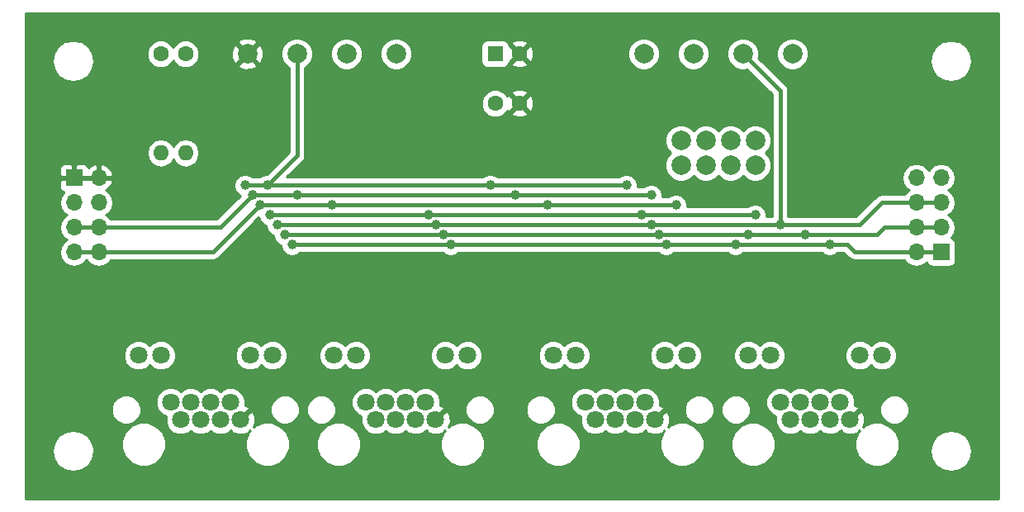
<source format=gtl>
G04 #@! TF.FileFunction,Copper,L1,Top,Signal*
%FSLAX46Y46*%
G04 Gerber Fmt 4.6, Leading zero omitted, Abs format (unit mm)*
G04 Created by KiCad (PCBNEW 4.0.6) date 02/07/18 20:23:48*
%MOMM*%
%LPD*%
G01*
G04 APERTURE LIST*
%ADD10C,0.100000*%
%ADD11C,1.800000*%
%ADD12C,2.000000*%
%ADD13C,1.600000*%
%ADD14O,1.600000X1.600000*%
%ADD15R,1.700000X1.700000*%
%ADD16O,1.700000X1.700000*%
%ADD17R,1.600000X1.600000*%
%ADD18C,1.000000*%
%ADD19C,0.400000*%
%ADD20C,0.254000*%
G04 APERTURE END LIST*
D10*
D11*
X74440000Y-137830000D03*
X73420000Y-136050000D03*
X76480000Y-137830000D03*
X75460000Y-136050000D03*
X78520000Y-137830000D03*
X77500000Y-136050000D03*
X80560000Y-137830000D03*
X79540000Y-136050000D03*
X72420000Y-131240000D03*
X70130000Y-131240000D03*
X83850000Y-131240000D03*
X81560000Y-131240000D03*
X94440000Y-137830000D03*
X93420000Y-136050000D03*
X96480000Y-137830000D03*
X95460000Y-136050000D03*
X98520000Y-137830000D03*
X97500000Y-136050000D03*
X100560000Y-137830000D03*
X99540000Y-136050000D03*
X92420000Y-131240000D03*
X90130000Y-131240000D03*
X103850000Y-131240000D03*
X101560000Y-131240000D03*
X116940000Y-137830000D03*
X115920000Y-136050000D03*
X118980000Y-137830000D03*
X117960000Y-136050000D03*
X121020000Y-137830000D03*
X120000000Y-136050000D03*
X123060000Y-137830000D03*
X122040000Y-136050000D03*
X114920000Y-131240000D03*
X112630000Y-131240000D03*
X126350000Y-131240000D03*
X124060000Y-131240000D03*
X136940000Y-137830000D03*
X135920000Y-136050000D03*
X138980000Y-137830000D03*
X137960000Y-136050000D03*
X141020000Y-137830000D03*
X140000000Y-136050000D03*
X143060000Y-137830000D03*
X142040000Y-136050000D03*
X134920000Y-131240000D03*
X132630000Y-131240000D03*
X146350000Y-131240000D03*
X144060000Y-131240000D03*
D12*
X125730000Y-111760000D03*
X125730000Y-109220000D03*
X128270000Y-111760000D03*
X128270000Y-109220000D03*
X130810000Y-111760000D03*
X130810000Y-109220000D03*
X133350000Y-111760000D03*
X133350000Y-109220000D03*
D13*
X72390000Y-100330000D03*
D14*
X72390000Y-110490000D03*
D13*
X74930000Y-100330000D03*
D14*
X74930000Y-110490000D03*
D12*
X81280000Y-100330000D03*
X86360000Y-100330000D03*
X91440000Y-100330000D03*
X96520000Y-100330000D03*
X121920000Y-100330000D03*
X127000000Y-100330000D03*
X132080000Y-100330000D03*
X137160000Y-100330000D03*
D15*
X63500000Y-113030000D03*
D16*
X66040000Y-113030000D03*
X63500000Y-115570000D03*
X66040000Y-115570000D03*
X63500000Y-118110000D03*
X66040000Y-118110000D03*
X63500000Y-120650000D03*
X66040000Y-120650000D03*
D17*
X106680000Y-100330000D03*
D13*
X109180000Y-100330000D03*
X106680000Y-105410000D03*
X109180000Y-105410000D03*
D15*
X152400000Y-120650000D03*
D16*
X149860000Y-120650000D03*
X152400000Y-118110000D03*
X149860000Y-118110000D03*
X152400000Y-115570000D03*
X149860000Y-115570000D03*
X152400000Y-113030000D03*
X149860000Y-113030000D03*
D18*
X82550000Y-115824000D03*
X125222000Y-115824000D03*
X112014000Y-115824000D03*
X89916000Y-115824000D03*
X83566000Y-116840000D03*
X133350000Y-116840000D03*
X121666000Y-116840000D03*
X99822000Y-116840000D03*
X81788000Y-114808000D03*
X122682000Y-114808000D03*
X108712000Y-114808000D03*
X86360000Y-114808000D03*
X84328000Y-117856000D03*
X135890000Y-117856000D03*
X122682000Y-117856000D03*
X100584000Y-117856000D03*
X81026000Y-113792000D03*
X120142000Y-113792000D03*
X106172000Y-113792000D03*
X83312000Y-113792000D03*
X85090000Y-118872000D03*
X132588000Y-118872000D03*
X138430000Y-118872000D03*
X123444000Y-118872000D03*
X101346000Y-118872000D03*
X85852000Y-119888000D03*
X131318000Y-119888000D03*
X140970000Y-119888000D03*
X124206000Y-119888000D03*
X102108000Y-119888000D03*
D19*
X63500000Y-120650000D02*
X66040000Y-120650000D01*
X66040000Y-120650000D02*
X77724000Y-120650000D01*
X77724000Y-120650000D02*
X82550000Y-115824000D01*
X82550000Y-115824000D02*
X89916000Y-115824000D01*
X125222000Y-115824000D02*
X112014000Y-115824000D01*
X112014000Y-115824000D02*
X96520000Y-115824000D01*
X96520000Y-115824000D02*
X89916000Y-115824000D01*
X83566000Y-116840000D02*
X99822000Y-116840000D01*
X99822000Y-116840000D02*
X121666000Y-116840000D01*
X121666000Y-116840000D02*
X133350000Y-116840000D01*
X63500000Y-118110000D02*
X66040000Y-118110000D01*
X66040000Y-118110000D02*
X78486000Y-118110000D01*
X78486000Y-118110000D02*
X81788000Y-114808000D01*
X81788000Y-114808000D02*
X86360000Y-114808000D01*
X108712000Y-114808000D02*
X122682000Y-114808000D01*
X86360000Y-114808000D02*
X108712000Y-114808000D01*
X135890000Y-117856000D02*
X144018000Y-117856000D01*
X146304000Y-115570000D02*
X152400000Y-115570000D01*
X144018000Y-117856000D02*
X146304000Y-115570000D01*
X84328000Y-117856000D02*
X100584000Y-117856000D01*
X135890000Y-117856000D02*
X135890000Y-104140000D01*
X135890000Y-104140000D02*
X132080000Y-100330000D01*
X100584000Y-117856000D02*
X122682000Y-117856000D01*
X122682000Y-117856000D02*
X135890000Y-117856000D01*
X86360000Y-100330000D02*
X86360000Y-110744000D01*
X86360000Y-110744000D02*
X83312000Y-113792000D01*
X83312000Y-113792000D02*
X106172000Y-113792000D01*
X81026000Y-113792000D02*
X83312000Y-113792000D01*
X106172000Y-113792000D02*
X120142000Y-113792000D01*
X149860000Y-118110000D02*
X152400000Y-118110000D01*
X138430000Y-118872000D02*
X145796000Y-118872000D01*
X146558000Y-118110000D02*
X149860000Y-118110000D01*
X145796000Y-118872000D02*
X146558000Y-118110000D01*
X85090000Y-118872000D02*
X101346000Y-118872000D01*
X132588000Y-118872000D02*
X138430000Y-118872000D01*
X101346000Y-118872000D02*
X123444000Y-118872000D01*
X123444000Y-118872000D02*
X132588000Y-118872000D01*
X149860000Y-120650000D02*
X152400000Y-120650000D01*
X140970000Y-119888000D02*
X142748000Y-119888000D01*
X143510000Y-120650000D02*
X149860000Y-120650000D01*
X142748000Y-119888000D02*
X143510000Y-120650000D01*
X85852000Y-119888000D02*
X102108000Y-119888000D01*
X131318000Y-119888000D02*
X140970000Y-119888000D01*
X102108000Y-119888000D02*
X124206000Y-119888000D01*
X124206000Y-119888000D02*
X131318000Y-119888000D01*
D20*
G36*
X158293000Y-145923000D02*
X58547000Y-145923000D01*
X58547000Y-141050000D01*
X61243173Y-141050000D01*
X61405690Y-141867029D01*
X61868500Y-142559673D01*
X62561144Y-143022483D01*
X63378173Y-143185000D01*
X63461827Y-143185000D01*
X64278856Y-143022483D01*
X64971500Y-142559673D01*
X65434310Y-141867029D01*
X65596827Y-141050000D01*
X65550594Y-140817570D01*
X68379609Y-140817570D01*
X68722948Y-141648515D01*
X69358141Y-142284818D01*
X70188486Y-142629607D01*
X71087570Y-142630391D01*
X71918515Y-142287052D01*
X72554818Y-141651859D01*
X72899607Y-140821514D01*
X72900391Y-139922430D01*
X72557052Y-139091485D01*
X71921859Y-138455182D01*
X71091514Y-138110393D01*
X70192430Y-138109609D01*
X69361485Y-138452948D01*
X68725182Y-139088141D01*
X68380393Y-139918486D01*
X68379609Y-140817570D01*
X65550594Y-140817570D01*
X65434310Y-140232971D01*
X64971500Y-139540327D01*
X64278856Y-139077517D01*
X63461827Y-138915000D01*
X63378173Y-138915000D01*
X62561144Y-139077517D01*
X61868500Y-139540327D01*
X61405690Y-140232971D01*
X61243173Y-141050000D01*
X58547000Y-141050000D01*
X58547000Y-137113991D01*
X67324735Y-137113991D01*
X67557932Y-137678371D01*
X67989357Y-138110551D01*
X68553330Y-138344733D01*
X69163991Y-138345265D01*
X69728371Y-138112068D01*
X70160551Y-137680643D01*
X70394733Y-137116670D01*
X70395265Y-136506009D01*
X70332453Y-136353991D01*
X71884735Y-136353991D01*
X72117932Y-136918371D01*
X72549357Y-137350551D01*
X72914119Y-137502013D01*
X72905267Y-137523330D01*
X72904735Y-138133991D01*
X73137932Y-138698371D01*
X73569357Y-139130551D01*
X74133330Y-139364733D01*
X74743991Y-139365265D01*
X75308371Y-139132068D01*
X75459886Y-138980818D01*
X75609357Y-139130551D01*
X76173330Y-139364733D01*
X76783991Y-139365265D01*
X77348371Y-139132068D01*
X77499886Y-138980818D01*
X77649357Y-139130551D01*
X78213330Y-139364733D01*
X78823991Y-139365265D01*
X79388371Y-139132068D01*
X79520421Y-139000249D01*
X79544890Y-139024718D01*
X79659447Y-138910161D01*
X79745852Y-139166643D01*
X80319336Y-139376458D01*
X80929460Y-139350839D01*
X81374148Y-139166643D01*
X81460553Y-138910161D01*
X81531951Y-138981559D01*
X81425182Y-139088141D01*
X81080393Y-139918486D01*
X81079609Y-140817570D01*
X81422948Y-141648515D01*
X82058141Y-142284818D01*
X82888486Y-142629607D01*
X83787570Y-142630391D01*
X84618515Y-142287052D01*
X85254818Y-141651859D01*
X85599607Y-140821514D01*
X85599610Y-140817570D01*
X88379609Y-140817570D01*
X88722948Y-141648515D01*
X89358141Y-142284818D01*
X90188486Y-142629607D01*
X91087570Y-142630391D01*
X91918515Y-142287052D01*
X92554818Y-141651859D01*
X92899607Y-140821514D01*
X92900391Y-139922430D01*
X92557052Y-139091485D01*
X91921859Y-138455182D01*
X91091514Y-138110393D01*
X90192430Y-138109609D01*
X89361485Y-138452948D01*
X88725182Y-139088141D01*
X88380393Y-139918486D01*
X88379609Y-140817570D01*
X85599610Y-140817570D01*
X85600391Y-139922430D01*
X85257052Y-139091485D01*
X84621859Y-138455182D01*
X83791514Y-138110393D01*
X82892430Y-138109609D01*
X82061485Y-138452948D01*
X81912000Y-138602172D01*
X82106458Y-138070664D01*
X82080839Y-137460540D01*
X81937294Y-137113991D01*
X83584735Y-137113991D01*
X83817932Y-137678371D01*
X84249357Y-138110551D01*
X84813330Y-138344733D01*
X85423991Y-138345265D01*
X85988371Y-138112068D01*
X86420551Y-137680643D01*
X86654733Y-137116670D01*
X86654735Y-137113991D01*
X87324735Y-137113991D01*
X87557932Y-137678371D01*
X87989357Y-138110551D01*
X88553330Y-138344733D01*
X89163991Y-138345265D01*
X89728371Y-138112068D01*
X90160551Y-137680643D01*
X90394733Y-137116670D01*
X90395265Y-136506009D01*
X90332453Y-136353991D01*
X91884735Y-136353991D01*
X92117932Y-136918371D01*
X92549357Y-137350551D01*
X92914119Y-137502013D01*
X92905267Y-137523330D01*
X92904735Y-138133991D01*
X93137932Y-138698371D01*
X93569357Y-139130551D01*
X94133330Y-139364733D01*
X94743991Y-139365265D01*
X95308371Y-139132068D01*
X95459886Y-138980818D01*
X95609357Y-139130551D01*
X96173330Y-139364733D01*
X96783991Y-139365265D01*
X97348371Y-139132068D01*
X97499886Y-138980818D01*
X97649357Y-139130551D01*
X98213330Y-139364733D01*
X98823991Y-139365265D01*
X99388371Y-139132068D01*
X99520421Y-139000249D01*
X99544890Y-139024718D01*
X99659447Y-138910161D01*
X99745852Y-139166643D01*
X100319336Y-139376458D01*
X100929460Y-139350839D01*
X101374148Y-139166643D01*
X101460553Y-138910161D01*
X101531951Y-138981559D01*
X101425182Y-139088141D01*
X101080393Y-139918486D01*
X101079609Y-140817570D01*
X101422948Y-141648515D01*
X102058141Y-142284818D01*
X102888486Y-142629607D01*
X103787570Y-142630391D01*
X104618515Y-142287052D01*
X105254818Y-141651859D01*
X105599607Y-140821514D01*
X105599610Y-140817570D01*
X110879609Y-140817570D01*
X111222948Y-141648515D01*
X111858141Y-142284818D01*
X112688486Y-142629607D01*
X113587570Y-142630391D01*
X114418515Y-142287052D01*
X115054818Y-141651859D01*
X115399607Y-140821514D01*
X115400391Y-139922430D01*
X115057052Y-139091485D01*
X114421859Y-138455182D01*
X113591514Y-138110393D01*
X112692430Y-138109609D01*
X111861485Y-138452948D01*
X111225182Y-139088141D01*
X110880393Y-139918486D01*
X110879609Y-140817570D01*
X105599610Y-140817570D01*
X105600391Y-139922430D01*
X105257052Y-139091485D01*
X104621859Y-138455182D01*
X103791514Y-138110393D01*
X102892430Y-138109609D01*
X102061485Y-138452948D01*
X101912000Y-138602172D01*
X102106458Y-138070664D01*
X102080839Y-137460540D01*
X101937294Y-137113991D01*
X103584735Y-137113991D01*
X103817932Y-137678371D01*
X104249357Y-138110551D01*
X104813330Y-138344733D01*
X105423991Y-138345265D01*
X105988371Y-138112068D01*
X106420551Y-137680643D01*
X106654733Y-137116670D01*
X106654735Y-137113991D01*
X109824735Y-137113991D01*
X110057932Y-137678371D01*
X110489357Y-138110551D01*
X111053330Y-138344733D01*
X111663991Y-138345265D01*
X112228371Y-138112068D01*
X112660551Y-137680643D01*
X112894733Y-137116670D01*
X112895265Y-136506009D01*
X112832453Y-136353991D01*
X114384735Y-136353991D01*
X114617932Y-136918371D01*
X115049357Y-137350551D01*
X115414119Y-137502013D01*
X115405267Y-137523330D01*
X115404735Y-138133991D01*
X115637932Y-138698371D01*
X116069357Y-139130551D01*
X116633330Y-139364733D01*
X117243991Y-139365265D01*
X117808371Y-139132068D01*
X117959886Y-138980818D01*
X118109357Y-139130551D01*
X118673330Y-139364733D01*
X119283991Y-139365265D01*
X119848371Y-139132068D01*
X119999886Y-138980818D01*
X120149357Y-139130551D01*
X120713330Y-139364733D01*
X121323991Y-139365265D01*
X121888371Y-139132068D01*
X122020421Y-139000249D01*
X122044890Y-139024718D01*
X122159447Y-138910161D01*
X122245852Y-139166643D01*
X122819336Y-139376458D01*
X123429460Y-139350839D01*
X123874148Y-139166643D01*
X123960553Y-138910161D01*
X124031951Y-138981559D01*
X123925182Y-139088141D01*
X123580393Y-139918486D01*
X123579609Y-140817570D01*
X123922948Y-141648515D01*
X124558141Y-142284818D01*
X125388486Y-142629607D01*
X126287570Y-142630391D01*
X127118515Y-142287052D01*
X127754818Y-141651859D01*
X128099607Y-140821514D01*
X128099610Y-140817570D01*
X130879609Y-140817570D01*
X131222948Y-141648515D01*
X131858141Y-142284818D01*
X132688486Y-142629607D01*
X133587570Y-142630391D01*
X134418515Y-142287052D01*
X135054818Y-141651859D01*
X135399607Y-140821514D01*
X135400391Y-139922430D01*
X135057052Y-139091485D01*
X134421859Y-138455182D01*
X133591514Y-138110393D01*
X132692430Y-138109609D01*
X131861485Y-138452948D01*
X131225182Y-139088141D01*
X130880393Y-139918486D01*
X130879609Y-140817570D01*
X128099610Y-140817570D01*
X128100391Y-139922430D01*
X127757052Y-139091485D01*
X127121859Y-138455182D01*
X126291514Y-138110393D01*
X125392430Y-138109609D01*
X124561485Y-138452948D01*
X124412000Y-138602172D01*
X124606458Y-138070664D01*
X124580839Y-137460540D01*
X124437294Y-137113991D01*
X126084735Y-137113991D01*
X126317932Y-137678371D01*
X126749357Y-138110551D01*
X127313330Y-138344733D01*
X127923991Y-138345265D01*
X128488371Y-138112068D01*
X128920551Y-137680643D01*
X129154733Y-137116670D01*
X129154735Y-137113991D01*
X129824735Y-137113991D01*
X130057932Y-137678371D01*
X130489357Y-138110551D01*
X131053330Y-138344733D01*
X131663991Y-138345265D01*
X132228371Y-138112068D01*
X132660551Y-137680643D01*
X132894733Y-137116670D01*
X132895265Y-136506009D01*
X132832453Y-136353991D01*
X134384735Y-136353991D01*
X134617932Y-136918371D01*
X135049357Y-137350551D01*
X135414119Y-137502013D01*
X135405267Y-137523330D01*
X135404735Y-138133991D01*
X135637932Y-138698371D01*
X136069357Y-139130551D01*
X136633330Y-139364733D01*
X137243991Y-139365265D01*
X137808371Y-139132068D01*
X137959886Y-138980818D01*
X138109357Y-139130551D01*
X138673330Y-139364733D01*
X139283991Y-139365265D01*
X139848371Y-139132068D01*
X139999886Y-138980818D01*
X140149357Y-139130551D01*
X140713330Y-139364733D01*
X141323991Y-139365265D01*
X141888371Y-139132068D01*
X142020421Y-139000249D01*
X142044890Y-139024718D01*
X142159447Y-138910161D01*
X142245852Y-139166643D01*
X142819336Y-139376458D01*
X143429460Y-139350839D01*
X143874148Y-139166643D01*
X143960553Y-138910161D01*
X144031951Y-138981559D01*
X143925182Y-139088141D01*
X143580393Y-139918486D01*
X143579609Y-140817570D01*
X143922948Y-141648515D01*
X144558141Y-142284818D01*
X145388486Y-142629607D01*
X146287570Y-142630391D01*
X147118515Y-142287052D01*
X147754818Y-141651859D01*
X148004731Y-141050000D01*
X151243173Y-141050000D01*
X151405690Y-141867029D01*
X151868500Y-142559673D01*
X152561144Y-143022483D01*
X153378173Y-143185000D01*
X153461827Y-143185000D01*
X154278856Y-143022483D01*
X154971500Y-142559673D01*
X155434310Y-141867029D01*
X155596827Y-141050000D01*
X155434310Y-140232971D01*
X154971500Y-139540327D01*
X154278856Y-139077517D01*
X153461827Y-138915000D01*
X153378173Y-138915000D01*
X152561144Y-139077517D01*
X151868500Y-139540327D01*
X151405690Y-140232971D01*
X151243173Y-141050000D01*
X148004731Y-141050000D01*
X148099607Y-140821514D01*
X148100391Y-139922430D01*
X147757052Y-139091485D01*
X147121859Y-138455182D01*
X146291514Y-138110393D01*
X145392430Y-138109609D01*
X144561485Y-138452948D01*
X144412000Y-138602172D01*
X144606458Y-138070664D01*
X144580839Y-137460540D01*
X144437294Y-137113991D01*
X146084735Y-137113991D01*
X146317932Y-137678371D01*
X146749357Y-138110551D01*
X147313330Y-138344733D01*
X147923991Y-138345265D01*
X148488371Y-138112068D01*
X148920551Y-137680643D01*
X149154733Y-137116670D01*
X149155265Y-136506009D01*
X148922068Y-135941629D01*
X148490643Y-135509449D01*
X147926670Y-135275267D01*
X147316009Y-135274735D01*
X146751629Y-135507932D01*
X146319449Y-135939357D01*
X146085267Y-136503330D01*
X146084735Y-137113991D01*
X144437294Y-137113991D01*
X144396643Y-137015852D01*
X144140159Y-136929446D01*
X143239605Y-137830000D01*
X143253748Y-137844143D01*
X143074143Y-138023748D01*
X143060000Y-138009605D01*
X143045858Y-138023748D01*
X142866253Y-137844143D01*
X142880395Y-137830000D01*
X142866253Y-137815858D01*
X143045858Y-137636253D01*
X143060000Y-137650395D01*
X143960554Y-136749841D01*
X143874148Y-136493357D01*
X143564949Y-136380233D01*
X143574733Y-136356670D01*
X143575265Y-135746009D01*
X143342068Y-135181629D01*
X142910643Y-134749449D01*
X142346670Y-134515267D01*
X141736009Y-134514735D01*
X141171629Y-134747932D01*
X141020114Y-134899182D01*
X140870643Y-134749449D01*
X140306670Y-134515267D01*
X139696009Y-134514735D01*
X139131629Y-134747932D01*
X138980114Y-134899182D01*
X138830643Y-134749449D01*
X138266670Y-134515267D01*
X137656009Y-134514735D01*
X137091629Y-134747932D01*
X136940114Y-134899182D01*
X136790643Y-134749449D01*
X136226670Y-134515267D01*
X135616009Y-134514735D01*
X135051629Y-134747932D01*
X134619449Y-135179357D01*
X134385267Y-135743330D01*
X134384735Y-136353991D01*
X132832453Y-136353991D01*
X132662068Y-135941629D01*
X132230643Y-135509449D01*
X131666670Y-135275267D01*
X131056009Y-135274735D01*
X130491629Y-135507932D01*
X130059449Y-135939357D01*
X129825267Y-136503330D01*
X129824735Y-137113991D01*
X129154735Y-137113991D01*
X129155265Y-136506009D01*
X128922068Y-135941629D01*
X128490643Y-135509449D01*
X127926670Y-135275267D01*
X127316009Y-135274735D01*
X126751629Y-135507932D01*
X126319449Y-135939357D01*
X126085267Y-136503330D01*
X126084735Y-137113991D01*
X124437294Y-137113991D01*
X124396643Y-137015852D01*
X124140159Y-136929446D01*
X123239605Y-137830000D01*
X123253748Y-137844143D01*
X123074143Y-138023748D01*
X123060000Y-138009605D01*
X123045858Y-138023748D01*
X122866253Y-137844143D01*
X122880395Y-137830000D01*
X122866253Y-137815858D01*
X123045858Y-137636253D01*
X123060000Y-137650395D01*
X123960554Y-136749841D01*
X123874148Y-136493357D01*
X123564949Y-136380233D01*
X123574733Y-136356670D01*
X123575265Y-135746009D01*
X123342068Y-135181629D01*
X122910643Y-134749449D01*
X122346670Y-134515267D01*
X121736009Y-134514735D01*
X121171629Y-134747932D01*
X121020114Y-134899182D01*
X120870643Y-134749449D01*
X120306670Y-134515267D01*
X119696009Y-134514735D01*
X119131629Y-134747932D01*
X118980114Y-134899182D01*
X118830643Y-134749449D01*
X118266670Y-134515267D01*
X117656009Y-134514735D01*
X117091629Y-134747932D01*
X116940114Y-134899182D01*
X116790643Y-134749449D01*
X116226670Y-134515267D01*
X115616009Y-134514735D01*
X115051629Y-134747932D01*
X114619449Y-135179357D01*
X114385267Y-135743330D01*
X114384735Y-136353991D01*
X112832453Y-136353991D01*
X112662068Y-135941629D01*
X112230643Y-135509449D01*
X111666670Y-135275267D01*
X111056009Y-135274735D01*
X110491629Y-135507932D01*
X110059449Y-135939357D01*
X109825267Y-136503330D01*
X109824735Y-137113991D01*
X106654735Y-137113991D01*
X106655265Y-136506009D01*
X106422068Y-135941629D01*
X105990643Y-135509449D01*
X105426670Y-135275267D01*
X104816009Y-135274735D01*
X104251629Y-135507932D01*
X103819449Y-135939357D01*
X103585267Y-136503330D01*
X103584735Y-137113991D01*
X101937294Y-137113991D01*
X101896643Y-137015852D01*
X101640159Y-136929446D01*
X100739605Y-137830000D01*
X100753748Y-137844143D01*
X100574143Y-138023748D01*
X100560000Y-138009605D01*
X100545858Y-138023748D01*
X100366253Y-137844143D01*
X100380395Y-137830000D01*
X100366253Y-137815858D01*
X100545858Y-137636253D01*
X100560000Y-137650395D01*
X101460554Y-136749841D01*
X101374148Y-136493357D01*
X101064949Y-136380233D01*
X101074733Y-136356670D01*
X101075265Y-135746009D01*
X100842068Y-135181629D01*
X100410643Y-134749449D01*
X99846670Y-134515267D01*
X99236009Y-134514735D01*
X98671629Y-134747932D01*
X98520114Y-134899182D01*
X98370643Y-134749449D01*
X97806670Y-134515267D01*
X97196009Y-134514735D01*
X96631629Y-134747932D01*
X96480114Y-134899182D01*
X96330643Y-134749449D01*
X95766670Y-134515267D01*
X95156009Y-134514735D01*
X94591629Y-134747932D01*
X94440114Y-134899182D01*
X94290643Y-134749449D01*
X93726670Y-134515267D01*
X93116009Y-134514735D01*
X92551629Y-134747932D01*
X92119449Y-135179357D01*
X91885267Y-135743330D01*
X91884735Y-136353991D01*
X90332453Y-136353991D01*
X90162068Y-135941629D01*
X89730643Y-135509449D01*
X89166670Y-135275267D01*
X88556009Y-135274735D01*
X87991629Y-135507932D01*
X87559449Y-135939357D01*
X87325267Y-136503330D01*
X87324735Y-137113991D01*
X86654735Y-137113991D01*
X86655265Y-136506009D01*
X86422068Y-135941629D01*
X85990643Y-135509449D01*
X85426670Y-135275267D01*
X84816009Y-135274735D01*
X84251629Y-135507932D01*
X83819449Y-135939357D01*
X83585267Y-136503330D01*
X83584735Y-137113991D01*
X81937294Y-137113991D01*
X81896643Y-137015852D01*
X81640159Y-136929446D01*
X80739605Y-137830000D01*
X80753748Y-137844143D01*
X80574143Y-138023748D01*
X80560000Y-138009605D01*
X80545858Y-138023748D01*
X80366253Y-137844143D01*
X80380395Y-137830000D01*
X80366253Y-137815858D01*
X80545858Y-137636253D01*
X80560000Y-137650395D01*
X81460554Y-136749841D01*
X81374148Y-136493357D01*
X81064949Y-136380233D01*
X81074733Y-136356670D01*
X81075265Y-135746009D01*
X80842068Y-135181629D01*
X80410643Y-134749449D01*
X79846670Y-134515267D01*
X79236009Y-134514735D01*
X78671629Y-134747932D01*
X78520114Y-134899182D01*
X78370643Y-134749449D01*
X77806670Y-134515267D01*
X77196009Y-134514735D01*
X76631629Y-134747932D01*
X76480114Y-134899182D01*
X76330643Y-134749449D01*
X75766670Y-134515267D01*
X75156009Y-134514735D01*
X74591629Y-134747932D01*
X74440114Y-134899182D01*
X74290643Y-134749449D01*
X73726670Y-134515267D01*
X73116009Y-134514735D01*
X72551629Y-134747932D01*
X72119449Y-135179357D01*
X71885267Y-135743330D01*
X71884735Y-136353991D01*
X70332453Y-136353991D01*
X70162068Y-135941629D01*
X69730643Y-135509449D01*
X69166670Y-135275267D01*
X68556009Y-135274735D01*
X67991629Y-135507932D01*
X67559449Y-135939357D01*
X67325267Y-136503330D01*
X67324735Y-137113991D01*
X58547000Y-137113991D01*
X58547000Y-131543991D01*
X68594735Y-131543991D01*
X68827932Y-132108371D01*
X69259357Y-132540551D01*
X69823330Y-132774733D01*
X70433991Y-132775265D01*
X70998371Y-132542068D01*
X71275104Y-132265818D01*
X71549357Y-132540551D01*
X72113330Y-132774733D01*
X72723991Y-132775265D01*
X73288371Y-132542068D01*
X73720551Y-132110643D01*
X73954733Y-131546670D01*
X73954735Y-131543991D01*
X80024735Y-131543991D01*
X80257932Y-132108371D01*
X80689357Y-132540551D01*
X81253330Y-132774733D01*
X81863991Y-132775265D01*
X82428371Y-132542068D01*
X82705104Y-132265818D01*
X82979357Y-132540551D01*
X83543330Y-132774733D01*
X84153991Y-132775265D01*
X84718371Y-132542068D01*
X85150551Y-132110643D01*
X85384733Y-131546670D01*
X85384735Y-131543991D01*
X88594735Y-131543991D01*
X88827932Y-132108371D01*
X89259357Y-132540551D01*
X89823330Y-132774733D01*
X90433991Y-132775265D01*
X90998371Y-132542068D01*
X91275104Y-132265818D01*
X91549357Y-132540551D01*
X92113330Y-132774733D01*
X92723991Y-132775265D01*
X93288371Y-132542068D01*
X93720551Y-132110643D01*
X93954733Y-131546670D01*
X93954735Y-131543991D01*
X100024735Y-131543991D01*
X100257932Y-132108371D01*
X100689357Y-132540551D01*
X101253330Y-132774733D01*
X101863991Y-132775265D01*
X102428371Y-132542068D01*
X102705104Y-132265818D01*
X102979357Y-132540551D01*
X103543330Y-132774733D01*
X104153991Y-132775265D01*
X104718371Y-132542068D01*
X105150551Y-132110643D01*
X105384733Y-131546670D01*
X105384735Y-131543991D01*
X111094735Y-131543991D01*
X111327932Y-132108371D01*
X111759357Y-132540551D01*
X112323330Y-132774733D01*
X112933991Y-132775265D01*
X113498371Y-132542068D01*
X113775104Y-132265818D01*
X114049357Y-132540551D01*
X114613330Y-132774733D01*
X115223991Y-132775265D01*
X115788371Y-132542068D01*
X116220551Y-132110643D01*
X116454733Y-131546670D01*
X116454735Y-131543991D01*
X122524735Y-131543991D01*
X122757932Y-132108371D01*
X123189357Y-132540551D01*
X123753330Y-132774733D01*
X124363991Y-132775265D01*
X124928371Y-132542068D01*
X125205104Y-132265818D01*
X125479357Y-132540551D01*
X126043330Y-132774733D01*
X126653991Y-132775265D01*
X127218371Y-132542068D01*
X127650551Y-132110643D01*
X127884733Y-131546670D01*
X127884735Y-131543991D01*
X131094735Y-131543991D01*
X131327932Y-132108371D01*
X131759357Y-132540551D01*
X132323330Y-132774733D01*
X132933991Y-132775265D01*
X133498371Y-132542068D01*
X133775104Y-132265818D01*
X134049357Y-132540551D01*
X134613330Y-132774733D01*
X135223991Y-132775265D01*
X135788371Y-132542068D01*
X136220551Y-132110643D01*
X136454733Y-131546670D01*
X136454735Y-131543991D01*
X142524735Y-131543991D01*
X142757932Y-132108371D01*
X143189357Y-132540551D01*
X143753330Y-132774733D01*
X144363991Y-132775265D01*
X144928371Y-132542068D01*
X145205104Y-132265818D01*
X145479357Y-132540551D01*
X146043330Y-132774733D01*
X146653991Y-132775265D01*
X147218371Y-132542068D01*
X147650551Y-132110643D01*
X147884733Y-131546670D01*
X147885265Y-130936009D01*
X147652068Y-130371629D01*
X147220643Y-129939449D01*
X146656670Y-129705267D01*
X146046009Y-129704735D01*
X145481629Y-129937932D01*
X145204896Y-130214182D01*
X144930643Y-129939449D01*
X144366670Y-129705267D01*
X143756009Y-129704735D01*
X143191629Y-129937932D01*
X142759449Y-130369357D01*
X142525267Y-130933330D01*
X142524735Y-131543991D01*
X136454735Y-131543991D01*
X136455265Y-130936009D01*
X136222068Y-130371629D01*
X135790643Y-129939449D01*
X135226670Y-129705267D01*
X134616009Y-129704735D01*
X134051629Y-129937932D01*
X133774896Y-130214182D01*
X133500643Y-129939449D01*
X132936670Y-129705267D01*
X132326009Y-129704735D01*
X131761629Y-129937932D01*
X131329449Y-130369357D01*
X131095267Y-130933330D01*
X131094735Y-131543991D01*
X127884735Y-131543991D01*
X127885265Y-130936009D01*
X127652068Y-130371629D01*
X127220643Y-129939449D01*
X126656670Y-129705267D01*
X126046009Y-129704735D01*
X125481629Y-129937932D01*
X125204896Y-130214182D01*
X124930643Y-129939449D01*
X124366670Y-129705267D01*
X123756009Y-129704735D01*
X123191629Y-129937932D01*
X122759449Y-130369357D01*
X122525267Y-130933330D01*
X122524735Y-131543991D01*
X116454735Y-131543991D01*
X116455265Y-130936009D01*
X116222068Y-130371629D01*
X115790643Y-129939449D01*
X115226670Y-129705267D01*
X114616009Y-129704735D01*
X114051629Y-129937932D01*
X113774896Y-130214182D01*
X113500643Y-129939449D01*
X112936670Y-129705267D01*
X112326009Y-129704735D01*
X111761629Y-129937932D01*
X111329449Y-130369357D01*
X111095267Y-130933330D01*
X111094735Y-131543991D01*
X105384735Y-131543991D01*
X105385265Y-130936009D01*
X105152068Y-130371629D01*
X104720643Y-129939449D01*
X104156670Y-129705267D01*
X103546009Y-129704735D01*
X102981629Y-129937932D01*
X102704896Y-130214182D01*
X102430643Y-129939449D01*
X101866670Y-129705267D01*
X101256009Y-129704735D01*
X100691629Y-129937932D01*
X100259449Y-130369357D01*
X100025267Y-130933330D01*
X100024735Y-131543991D01*
X93954735Y-131543991D01*
X93955265Y-130936009D01*
X93722068Y-130371629D01*
X93290643Y-129939449D01*
X92726670Y-129705267D01*
X92116009Y-129704735D01*
X91551629Y-129937932D01*
X91274896Y-130214182D01*
X91000643Y-129939449D01*
X90436670Y-129705267D01*
X89826009Y-129704735D01*
X89261629Y-129937932D01*
X88829449Y-130369357D01*
X88595267Y-130933330D01*
X88594735Y-131543991D01*
X85384735Y-131543991D01*
X85385265Y-130936009D01*
X85152068Y-130371629D01*
X84720643Y-129939449D01*
X84156670Y-129705267D01*
X83546009Y-129704735D01*
X82981629Y-129937932D01*
X82704896Y-130214182D01*
X82430643Y-129939449D01*
X81866670Y-129705267D01*
X81256009Y-129704735D01*
X80691629Y-129937932D01*
X80259449Y-130369357D01*
X80025267Y-130933330D01*
X80024735Y-131543991D01*
X73954735Y-131543991D01*
X73955265Y-130936009D01*
X73722068Y-130371629D01*
X73290643Y-129939449D01*
X72726670Y-129705267D01*
X72116009Y-129704735D01*
X71551629Y-129937932D01*
X71274896Y-130214182D01*
X71000643Y-129939449D01*
X70436670Y-129705267D01*
X69826009Y-129704735D01*
X69261629Y-129937932D01*
X68829449Y-130369357D01*
X68595267Y-130933330D01*
X68594735Y-131543991D01*
X58547000Y-131543991D01*
X58547000Y-115570000D01*
X61985907Y-115570000D01*
X62098946Y-116138285D01*
X62420853Y-116620054D01*
X62750026Y-116840000D01*
X62420853Y-117059946D01*
X62098946Y-117541715D01*
X61985907Y-118110000D01*
X62098946Y-118678285D01*
X62420853Y-119160054D01*
X62750026Y-119380000D01*
X62420853Y-119599946D01*
X62098946Y-120081715D01*
X61985907Y-120650000D01*
X62098946Y-121218285D01*
X62420853Y-121700054D01*
X62902622Y-122021961D01*
X63470907Y-122135000D01*
X63529093Y-122135000D01*
X64097378Y-122021961D01*
X64579147Y-121700054D01*
X64722841Y-121485000D01*
X64817159Y-121485000D01*
X64960853Y-121700054D01*
X65442622Y-122021961D01*
X66010907Y-122135000D01*
X66069093Y-122135000D01*
X66637378Y-122021961D01*
X67119147Y-121700054D01*
X67262841Y-121485000D01*
X77724000Y-121485000D01*
X78043541Y-121421439D01*
X78314434Y-121240434D01*
X82448138Y-117106730D01*
X82603233Y-117482086D01*
X82922235Y-117801645D01*
X83192948Y-117914056D01*
X83192803Y-118080775D01*
X83365233Y-118498086D01*
X83684235Y-118817645D01*
X83954948Y-118930056D01*
X83954803Y-119096775D01*
X84127233Y-119514086D01*
X84446235Y-119833645D01*
X84716948Y-119946056D01*
X84716803Y-120112775D01*
X84889233Y-120530086D01*
X85208235Y-120849645D01*
X85625244Y-121022803D01*
X86076775Y-121023197D01*
X86494086Y-120850767D01*
X86622076Y-120723000D01*
X101337811Y-120723000D01*
X101464235Y-120849645D01*
X101881244Y-121022803D01*
X102332775Y-121023197D01*
X102750086Y-120850767D01*
X102878076Y-120723000D01*
X123435811Y-120723000D01*
X123562235Y-120849645D01*
X123979244Y-121022803D01*
X124430775Y-121023197D01*
X124848086Y-120850767D01*
X124976076Y-120723000D01*
X130547811Y-120723000D01*
X130674235Y-120849645D01*
X131091244Y-121022803D01*
X131542775Y-121023197D01*
X131960086Y-120850767D01*
X132088076Y-120723000D01*
X140199811Y-120723000D01*
X140326235Y-120849645D01*
X140743244Y-121022803D01*
X141194775Y-121023197D01*
X141612086Y-120850767D01*
X141740076Y-120723000D01*
X142402132Y-120723000D01*
X142919566Y-121240434D01*
X143190460Y-121421440D01*
X143510000Y-121485000D01*
X148637159Y-121485000D01*
X148780853Y-121700054D01*
X149262622Y-122021961D01*
X149830907Y-122135000D01*
X149889093Y-122135000D01*
X150457378Y-122021961D01*
X150939147Y-121700054D01*
X150939971Y-121698821D01*
X150946838Y-121735317D01*
X151085910Y-121951441D01*
X151298110Y-122096431D01*
X151550000Y-122147440D01*
X153250000Y-122147440D01*
X153485317Y-122103162D01*
X153701441Y-121964090D01*
X153846431Y-121751890D01*
X153897440Y-121500000D01*
X153897440Y-119800000D01*
X153853162Y-119564683D01*
X153714090Y-119348559D01*
X153501890Y-119203569D01*
X153434459Y-119189914D01*
X153479147Y-119160054D01*
X153801054Y-118678285D01*
X153914093Y-118110000D01*
X153801054Y-117541715D01*
X153479147Y-117059946D01*
X153149974Y-116840000D01*
X153479147Y-116620054D01*
X153801054Y-116138285D01*
X153914093Y-115570000D01*
X153801054Y-115001715D01*
X153479147Y-114519946D01*
X153149974Y-114300000D01*
X153479147Y-114080054D01*
X153801054Y-113598285D01*
X153914093Y-113030000D01*
X153801054Y-112461715D01*
X153479147Y-111979946D01*
X152997378Y-111658039D01*
X152429093Y-111545000D01*
X152370907Y-111545000D01*
X151802622Y-111658039D01*
X151320853Y-111979946D01*
X151130000Y-112265578D01*
X150939147Y-111979946D01*
X150457378Y-111658039D01*
X149889093Y-111545000D01*
X149830907Y-111545000D01*
X149262622Y-111658039D01*
X148780853Y-111979946D01*
X148458946Y-112461715D01*
X148345907Y-113030000D01*
X148458946Y-113598285D01*
X148780853Y-114080054D01*
X149110026Y-114300000D01*
X148780853Y-114519946D01*
X148637159Y-114735000D01*
X146304000Y-114735000D01*
X145984459Y-114798561D01*
X145791942Y-114927197D01*
X145713566Y-114979566D01*
X143672132Y-117021000D01*
X136725000Y-117021000D01*
X136725000Y-104140000D01*
X136661440Y-103820460D01*
X136480434Y-103549566D01*
X133677395Y-100746527D01*
X133714716Y-100656648D01*
X133714718Y-100653795D01*
X135524716Y-100653795D01*
X135773106Y-101254943D01*
X136232637Y-101715278D01*
X136833352Y-101964716D01*
X137483795Y-101965284D01*
X138084943Y-101716894D01*
X138545278Y-101257363D01*
X138631382Y-101050000D01*
X151243173Y-101050000D01*
X151405690Y-101867029D01*
X151868500Y-102559673D01*
X152561144Y-103022483D01*
X153378173Y-103185000D01*
X153461827Y-103185000D01*
X154278856Y-103022483D01*
X154971500Y-102559673D01*
X155434310Y-101867029D01*
X155596827Y-101050000D01*
X155434310Y-100232971D01*
X154971500Y-99540327D01*
X154278856Y-99077517D01*
X153461827Y-98915000D01*
X153378173Y-98915000D01*
X152561144Y-99077517D01*
X151868500Y-99540327D01*
X151405690Y-100232971D01*
X151243173Y-101050000D01*
X138631382Y-101050000D01*
X138794716Y-100656648D01*
X138795284Y-100006205D01*
X138546894Y-99405057D01*
X138087363Y-98944722D01*
X137486648Y-98695284D01*
X136836205Y-98694716D01*
X136235057Y-98943106D01*
X135774722Y-99402637D01*
X135525284Y-100003352D01*
X135524716Y-100653795D01*
X133714718Y-100653795D01*
X133715284Y-100006205D01*
X133466894Y-99405057D01*
X133007363Y-98944722D01*
X132406648Y-98695284D01*
X131756205Y-98694716D01*
X131155057Y-98943106D01*
X130694722Y-99402637D01*
X130445284Y-100003352D01*
X130444716Y-100653795D01*
X130693106Y-101254943D01*
X131152637Y-101715278D01*
X131753352Y-101964716D01*
X132403795Y-101965284D01*
X132496225Y-101927093D01*
X135055000Y-104485868D01*
X135055000Y-117021000D01*
X134484843Y-117021000D01*
X134485197Y-116615225D01*
X134312767Y-116197914D01*
X133993765Y-115878355D01*
X133576756Y-115705197D01*
X133125225Y-115704803D01*
X132707914Y-115877233D01*
X132579924Y-116005000D01*
X126356843Y-116005000D01*
X126357197Y-115599225D01*
X126184767Y-115181914D01*
X125865765Y-114862355D01*
X125448756Y-114689197D01*
X124997225Y-114688803D01*
X124579914Y-114861233D01*
X124451924Y-114989000D01*
X123816843Y-114989000D01*
X123817197Y-114583225D01*
X123644767Y-114165914D01*
X123325765Y-113846355D01*
X122908756Y-113673197D01*
X122457225Y-113672803D01*
X122039914Y-113845233D01*
X121911924Y-113973000D01*
X121276843Y-113973000D01*
X121277197Y-113567225D01*
X121104767Y-113149914D01*
X120785765Y-112830355D01*
X120368756Y-112657197D01*
X119917225Y-112656803D01*
X119499914Y-112829233D01*
X119371924Y-112957000D01*
X106942189Y-112957000D01*
X106815765Y-112830355D01*
X106398756Y-112657197D01*
X105947225Y-112656803D01*
X105529914Y-112829233D01*
X105401924Y-112957000D01*
X85327868Y-112957000D01*
X86950434Y-111334434D01*
X87128951Y-111067264D01*
X87131439Y-111063541D01*
X87195000Y-110744000D01*
X87195000Y-109543795D01*
X124094716Y-109543795D01*
X124343106Y-110144943D01*
X124687759Y-110490199D01*
X124344722Y-110832637D01*
X124095284Y-111433352D01*
X124094716Y-112083795D01*
X124343106Y-112684943D01*
X124802637Y-113145278D01*
X125403352Y-113394716D01*
X126053795Y-113395284D01*
X126654943Y-113146894D01*
X127000199Y-112802241D01*
X127342637Y-113145278D01*
X127943352Y-113394716D01*
X128593795Y-113395284D01*
X129194943Y-113146894D01*
X129540199Y-112802241D01*
X129882637Y-113145278D01*
X130483352Y-113394716D01*
X131133795Y-113395284D01*
X131734943Y-113146894D01*
X132080199Y-112802241D01*
X132422637Y-113145278D01*
X133023352Y-113394716D01*
X133673795Y-113395284D01*
X134274943Y-113146894D01*
X134735278Y-112687363D01*
X134984716Y-112086648D01*
X134985284Y-111436205D01*
X134736894Y-110835057D01*
X134392241Y-110489801D01*
X134735278Y-110147363D01*
X134984716Y-109546648D01*
X134985284Y-108896205D01*
X134736894Y-108295057D01*
X134277363Y-107834722D01*
X133676648Y-107585284D01*
X133026205Y-107584716D01*
X132425057Y-107833106D01*
X132079801Y-108177759D01*
X131737363Y-107834722D01*
X131136648Y-107585284D01*
X130486205Y-107584716D01*
X129885057Y-107833106D01*
X129539801Y-108177759D01*
X129197363Y-107834722D01*
X128596648Y-107585284D01*
X127946205Y-107584716D01*
X127345057Y-107833106D01*
X126999801Y-108177759D01*
X126657363Y-107834722D01*
X126056648Y-107585284D01*
X125406205Y-107584716D01*
X124805057Y-107833106D01*
X124344722Y-108292637D01*
X124095284Y-108893352D01*
X124094716Y-109543795D01*
X87195000Y-109543795D01*
X87195000Y-105694187D01*
X105244752Y-105694187D01*
X105462757Y-106221800D01*
X105866077Y-106625824D01*
X106393309Y-106844750D01*
X106964187Y-106845248D01*
X107491800Y-106627243D01*
X107701663Y-106417745D01*
X108351861Y-106417745D01*
X108425995Y-106663864D01*
X108963223Y-106856965D01*
X109533454Y-106829778D01*
X109934005Y-106663864D01*
X110008139Y-106417745D01*
X109180000Y-105589605D01*
X108351861Y-106417745D01*
X107701663Y-106417745D01*
X107895824Y-106223923D01*
X107923423Y-106157456D01*
X107926136Y-106164005D01*
X108172255Y-106238139D01*
X109000395Y-105410000D01*
X109359605Y-105410000D01*
X110187745Y-106238139D01*
X110433864Y-106164005D01*
X110626965Y-105626777D01*
X110599778Y-105056546D01*
X110433864Y-104655995D01*
X110187745Y-104581861D01*
X109359605Y-105410000D01*
X109000395Y-105410000D01*
X108172255Y-104581861D01*
X107926136Y-104655995D01*
X107923804Y-104662483D01*
X107897243Y-104598200D01*
X107701640Y-104402255D01*
X108351861Y-104402255D01*
X109180000Y-105230395D01*
X110008139Y-104402255D01*
X109934005Y-104156136D01*
X109396777Y-103963035D01*
X108826546Y-103990222D01*
X108425995Y-104156136D01*
X108351861Y-104402255D01*
X107701640Y-104402255D01*
X107493923Y-104194176D01*
X106966691Y-103975250D01*
X106395813Y-103974752D01*
X105868200Y-104192757D01*
X105464176Y-104596077D01*
X105245250Y-105123309D01*
X105244752Y-105694187D01*
X87195000Y-105694187D01*
X87195000Y-101754058D01*
X87284943Y-101716894D01*
X87745278Y-101257363D01*
X87994716Y-100656648D01*
X87994718Y-100653795D01*
X89804716Y-100653795D01*
X90053106Y-101254943D01*
X90512637Y-101715278D01*
X91113352Y-101964716D01*
X91763795Y-101965284D01*
X92364943Y-101716894D01*
X92825278Y-101257363D01*
X93074716Y-100656648D01*
X93074718Y-100653795D01*
X94884716Y-100653795D01*
X95133106Y-101254943D01*
X95592637Y-101715278D01*
X96193352Y-101964716D01*
X96843795Y-101965284D01*
X97444943Y-101716894D01*
X97905278Y-101257363D01*
X98154716Y-100656648D01*
X98155284Y-100006205D01*
X97958520Y-99530000D01*
X105232560Y-99530000D01*
X105232560Y-101130000D01*
X105276838Y-101365317D01*
X105415910Y-101581441D01*
X105628110Y-101726431D01*
X105880000Y-101777440D01*
X107480000Y-101777440D01*
X107715317Y-101733162D01*
X107931441Y-101594090D01*
X108076431Y-101381890D01*
X108085370Y-101337745D01*
X108351861Y-101337745D01*
X108425995Y-101583864D01*
X108963223Y-101776965D01*
X109533454Y-101749778D01*
X109934005Y-101583864D01*
X110008139Y-101337745D01*
X109180000Y-100509605D01*
X108351861Y-101337745D01*
X108085370Y-101337745D01*
X108124646Y-101143799D01*
X108172255Y-101158139D01*
X109000395Y-100330000D01*
X109359605Y-100330000D01*
X110187745Y-101158139D01*
X110433864Y-101084005D01*
X110588498Y-100653795D01*
X120284716Y-100653795D01*
X120533106Y-101254943D01*
X120992637Y-101715278D01*
X121593352Y-101964716D01*
X122243795Y-101965284D01*
X122844943Y-101716894D01*
X123305278Y-101257363D01*
X123554716Y-100656648D01*
X123554718Y-100653795D01*
X125364716Y-100653795D01*
X125613106Y-101254943D01*
X126072637Y-101715278D01*
X126673352Y-101964716D01*
X127323795Y-101965284D01*
X127924943Y-101716894D01*
X128385278Y-101257363D01*
X128634716Y-100656648D01*
X128635284Y-100006205D01*
X128386894Y-99405057D01*
X127927363Y-98944722D01*
X127326648Y-98695284D01*
X126676205Y-98694716D01*
X126075057Y-98943106D01*
X125614722Y-99402637D01*
X125365284Y-100003352D01*
X125364716Y-100653795D01*
X123554718Y-100653795D01*
X123555284Y-100006205D01*
X123306894Y-99405057D01*
X122847363Y-98944722D01*
X122246648Y-98695284D01*
X121596205Y-98694716D01*
X120995057Y-98943106D01*
X120534722Y-99402637D01*
X120285284Y-100003352D01*
X120284716Y-100653795D01*
X110588498Y-100653795D01*
X110626965Y-100546777D01*
X110599778Y-99976546D01*
X110433864Y-99575995D01*
X110187745Y-99501861D01*
X109359605Y-100330000D01*
X109000395Y-100330000D01*
X108172255Y-99501861D01*
X108124833Y-99516145D01*
X108088351Y-99322255D01*
X108351861Y-99322255D01*
X109180000Y-100150395D01*
X110008139Y-99322255D01*
X109934005Y-99076136D01*
X109396777Y-98883035D01*
X108826546Y-98910222D01*
X108425995Y-99076136D01*
X108351861Y-99322255D01*
X108088351Y-99322255D01*
X108083162Y-99294683D01*
X107944090Y-99078559D01*
X107731890Y-98933569D01*
X107480000Y-98882560D01*
X105880000Y-98882560D01*
X105644683Y-98926838D01*
X105428559Y-99065910D01*
X105283569Y-99278110D01*
X105232560Y-99530000D01*
X97958520Y-99530000D01*
X97906894Y-99405057D01*
X97447363Y-98944722D01*
X96846648Y-98695284D01*
X96196205Y-98694716D01*
X95595057Y-98943106D01*
X95134722Y-99402637D01*
X94885284Y-100003352D01*
X94884716Y-100653795D01*
X93074718Y-100653795D01*
X93075284Y-100006205D01*
X92826894Y-99405057D01*
X92367363Y-98944722D01*
X91766648Y-98695284D01*
X91116205Y-98694716D01*
X90515057Y-98943106D01*
X90054722Y-99402637D01*
X89805284Y-100003352D01*
X89804716Y-100653795D01*
X87994718Y-100653795D01*
X87995284Y-100006205D01*
X87746894Y-99405057D01*
X87287363Y-98944722D01*
X86686648Y-98695284D01*
X86036205Y-98694716D01*
X85435057Y-98943106D01*
X84974722Y-99402637D01*
X84725284Y-100003352D01*
X84724716Y-100653795D01*
X84973106Y-101254943D01*
X85432637Y-101715278D01*
X85525000Y-101753630D01*
X85525000Y-110398132D01*
X83266173Y-112656959D01*
X83087225Y-112656803D01*
X82669914Y-112829233D01*
X82541924Y-112957000D01*
X81796189Y-112957000D01*
X81669765Y-112830355D01*
X81252756Y-112657197D01*
X80801225Y-112656803D01*
X80383914Y-112829233D01*
X80064355Y-113148235D01*
X79891197Y-113565244D01*
X79890803Y-114016775D01*
X80063233Y-114434086D01*
X80382235Y-114753645D01*
X80579553Y-114835579D01*
X78140132Y-117275000D01*
X67262841Y-117275000D01*
X67119147Y-117059946D01*
X66789974Y-116840000D01*
X67119147Y-116620054D01*
X67441054Y-116138285D01*
X67554093Y-115570000D01*
X67441054Y-115001715D01*
X67119147Y-114519946D01*
X66778447Y-114292298D01*
X66921358Y-114225183D01*
X67311645Y-113796924D01*
X67481476Y-113386890D01*
X67360155Y-113157000D01*
X66167000Y-113157000D01*
X66167000Y-113177000D01*
X65913000Y-113177000D01*
X65913000Y-113157000D01*
X63627000Y-113157000D01*
X63627000Y-113177000D01*
X63373000Y-113177000D01*
X63373000Y-113157000D01*
X62173750Y-113157000D01*
X62015000Y-113315750D01*
X62015000Y-114006310D01*
X62111673Y-114239699D01*
X62290302Y-114418327D01*
X62464777Y-114490597D01*
X62420853Y-114519946D01*
X62098946Y-115001715D01*
X61985907Y-115570000D01*
X58547000Y-115570000D01*
X58547000Y-112053690D01*
X62015000Y-112053690D01*
X62015000Y-112744250D01*
X62173750Y-112903000D01*
X63373000Y-112903000D01*
X63373000Y-111703750D01*
X63627000Y-111703750D01*
X63627000Y-112903000D01*
X65913000Y-112903000D01*
X65913000Y-111709181D01*
X66167000Y-111709181D01*
X66167000Y-112903000D01*
X67360155Y-112903000D01*
X67481476Y-112673110D01*
X67311645Y-112263076D01*
X66921358Y-111834817D01*
X66396892Y-111588514D01*
X66167000Y-111709181D01*
X65913000Y-111709181D01*
X65683108Y-111588514D01*
X65158642Y-111834817D01*
X64976930Y-112034208D01*
X64888327Y-111820301D01*
X64709698Y-111641673D01*
X64476309Y-111545000D01*
X63785750Y-111545000D01*
X63627000Y-111703750D01*
X63373000Y-111703750D01*
X63214250Y-111545000D01*
X62523691Y-111545000D01*
X62290302Y-111641673D01*
X62111673Y-111820301D01*
X62015000Y-112053690D01*
X58547000Y-112053690D01*
X58547000Y-110461887D01*
X70955000Y-110461887D01*
X70955000Y-110518113D01*
X71064233Y-111067264D01*
X71375302Y-111532811D01*
X71840849Y-111843880D01*
X72390000Y-111953113D01*
X72939151Y-111843880D01*
X73404698Y-111532811D01*
X73660000Y-111150725D01*
X73915302Y-111532811D01*
X74380849Y-111843880D01*
X74930000Y-111953113D01*
X75479151Y-111843880D01*
X75944698Y-111532811D01*
X76255767Y-111067264D01*
X76365000Y-110518113D01*
X76365000Y-110461887D01*
X76255767Y-109912736D01*
X75944698Y-109447189D01*
X75479151Y-109136120D01*
X74930000Y-109026887D01*
X74380849Y-109136120D01*
X73915302Y-109447189D01*
X73660000Y-109829275D01*
X73404698Y-109447189D01*
X72939151Y-109136120D01*
X72390000Y-109026887D01*
X71840849Y-109136120D01*
X71375302Y-109447189D01*
X71064233Y-109912736D01*
X70955000Y-110461887D01*
X58547000Y-110461887D01*
X58547000Y-101050000D01*
X61243173Y-101050000D01*
X61405690Y-101867029D01*
X61868500Y-102559673D01*
X62561144Y-103022483D01*
X63378173Y-103185000D01*
X63461827Y-103185000D01*
X64278856Y-103022483D01*
X64971500Y-102559673D01*
X65434310Y-101867029D01*
X65596827Y-101050000D01*
X65510139Y-100614187D01*
X70954752Y-100614187D01*
X71172757Y-101141800D01*
X71576077Y-101545824D01*
X72103309Y-101764750D01*
X72674187Y-101765248D01*
X73201800Y-101547243D01*
X73605824Y-101143923D01*
X73659862Y-101013785D01*
X73712757Y-101141800D01*
X74116077Y-101545824D01*
X74643309Y-101764750D01*
X75214187Y-101765248D01*
X75741800Y-101547243D01*
X75806623Y-101482532D01*
X80307073Y-101482532D01*
X80405736Y-101749387D01*
X81015461Y-101975908D01*
X81665460Y-101951856D01*
X82154264Y-101749387D01*
X82252927Y-101482532D01*
X81280000Y-100509605D01*
X80307073Y-101482532D01*
X75806623Y-101482532D01*
X76145824Y-101143923D01*
X76364750Y-100616691D01*
X76365230Y-100065461D01*
X79634092Y-100065461D01*
X79658144Y-100715460D01*
X79860613Y-101204264D01*
X80127468Y-101302927D01*
X81100395Y-100330000D01*
X81459605Y-100330000D01*
X82432532Y-101302927D01*
X82699387Y-101204264D01*
X82925908Y-100594539D01*
X82901856Y-99944540D01*
X82699387Y-99455736D01*
X82432532Y-99357073D01*
X81459605Y-100330000D01*
X81100395Y-100330000D01*
X80127468Y-99357073D01*
X79860613Y-99455736D01*
X79634092Y-100065461D01*
X76365230Y-100065461D01*
X76365248Y-100045813D01*
X76147243Y-99518200D01*
X75807105Y-99177468D01*
X80307073Y-99177468D01*
X81280000Y-100150395D01*
X82252927Y-99177468D01*
X82154264Y-98910613D01*
X81544539Y-98684092D01*
X80894540Y-98708144D01*
X80405736Y-98910613D01*
X80307073Y-99177468D01*
X75807105Y-99177468D01*
X75743923Y-99114176D01*
X75216691Y-98895250D01*
X74645813Y-98894752D01*
X74118200Y-99112757D01*
X73714176Y-99516077D01*
X73660138Y-99646215D01*
X73607243Y-99518200D01*
X73203923Y-99114176D01*
X72676691Y-98895250D01*
X72105813Y-98894752D01*
X71578200Y-99112757D01*
X71174176Y-99516077D01*
X70955250Y-100043309D01*
X70954752Y-100614187D01*
X65510139Y-100614187D01*
X65434310Y-100232971D01*
X64971500Y-99540327D01*
X64278856Y-99077517D01*
X63461827Y-98915000D01*
X63378173Y-98915000D01*
X62561144Y-99077517D01*
X61868500Y-99540327D01*
X61405690Y-100232971D01*
X61243173Y-101050000D01*
X58547000Y-101050000D01*
X58547000Y-96177000D01*
X158293000Y-96177000D01*
X158293000Y-145923000D01*
X158293000Y-145923000D01*
G37*
X158293000Y-145923000D02*
X58547000Y-145923000D01*
X58547000Y-141050000D01*
X61243173Y-141050000D01*
X61405690Y-141867029D01*
X61868500Y-142559673D01*
X62561144Y-143022483D01*
X63378173Y-143185000D01*
X63461827Y-143185000D01*
X64278856Y-143022483D01*
X64971500Y-142559673D01*
X65434310Y-141867029D01*
X65596827Y-141050000D01*
X65550594Y-140817570D01*
X68379609Y-140817570D01*
X68722948Y-141648515D01*
X69358141Y-142284818D01*
X70188486Y-142629607D01*
X71087570Y-142630391D01*
X71918515Y-142287052D01*
X72554818Y-141651859D01*
X72899607Y-140821514D01*
X72900391Y-139922430D01*
X72557052Y-139091485D01*
X71921859Y-138455182D01*
X71091514Y-138110393D01*
X70192430Y-138109609D01*
X69361485Y-138452948D01*
X68725182Y-139088141D01*
X68380393Y-139918486D01*
X68379609Y-140817570D01*
X65550594Y-140817570D01*
X65434310Y-140232971D01*
X64971500Y-139540327D01*
X64278856Y-139077517D01*
X63461827Y-138915000D01*
X63378173Y-138915000D01*
X62561144Y-139077517D01*
X61868500Y-139540327D01*
X61405690Y-140232971D01*
X61243173Y-141050000D01*
X58547000Y-141050000D01*
X58547000Y-137113991D01*
X67324735Y-137113991D01*
X67557932Y-137678371D01*
X67989357Y-138110551D01*
X68553330Y-138344733D01*
X69163991Y-138345265D01*
X69728371Y-138112068D01*
X70160551Y-137680643D01*
X70394733Y-137116670D01*
X70395265Y-136506009D01*
X70332453Y-136353991D01*
X71884735Y-136353991D01*
X72117932Y-136918371D01*
X72549357Y-137350551D01*
X72914119Y-137502013D01*
X72905267Y-137523330D01*
X72904735Y-138133991D01*
X73137932Y-138698371D01*
X73569357Y-139130551D01*
X74133330Y-139364733D01*
X74743991Y-139365265D01*
X75308371Y-139132068D01*
X75459886Y-138980818D01*
X75609357Y-139130551D01*
X76173330Y-139364733D01*
X76783991Y-139365265D01*
X77348371Y-139132068D01*
X77499886Y-138980818D01*
X77649357Y-139130551D01*
X78213330Y-139364733D01*
X78823991Y-139365265D01*
X79388371Y-139132068D01*
X79520421Y-139000249D01*
X79544890Y-139024718D01*
X79659447Y-138910161D01*
X79745852Y-139166643D01*
X80319336Y-139376458D01*
X80929460Y-139350839D01*
X81374148Y-139166643D01*
X81460553Y-138910161D01*
X81531951Y-138981559D01*
X81425182Y-139088141D01*
X81080393Y-139918486D01*
X81079609Y-140817570D01*
X81422948Y-141648515D01*
X82058141Y-142284818D01*
X82888486Y-142629607D01*
X83787570Y-142630391D01*
X84618515Y-142287052D01*
X85254818Y-141651859D01*
X85599607Y-140821514D01*
X85599610Y-140817570D01*
X88379609Y-140817570D01*
X88722948Y-141648515D01*
X89358141Y-142284818D01*
X90188486Y-142629607D01*
X91087570Y-142630391D01*
X91918515Y-142287052D01*
X92554818Y-141651859D01*
X92899607Y-140821514D01*
X92900391Y-139922430D01*
X92557052Y-139091485D01*
X91921859Y-138455182D01*
X91091514Y-138110393D01*
X90192430Y-138109609D01*
X89361485Y-138452948D01*
X88725182Y-139088141D01*
X88380393Y-139918486D01*
X88379609Y-140817570D01*
X85599610Y-140817570D01*
X85600391Y-139922430D01*
X85257052Y-139091485D01*
X84621859Y-138455182D01*
X83791514Y-138110393D01*
X82892430Y-138109609D01*
X82061485Y-138452948D01*
X81912000Y-138602172D01*
X82106458Y-138070664D01*
X82080839Y-137460540D01*
X81937294Y-137113991D01*
X83584735Y-137113991D01*
X83817932Y-137678371D01*
X84249357Y-138110551D01*
X84813330Y-138344733D01*
X85423991Y-138345265D01*
X85988371Y-138112068D01*
X86420551Y-137680643D01*
X86654733Y-137116670D01*
X86654735Y-137113991D01*
X87324735Y-137113991D01*
X87557932Y-137678371D01*
X87989357Y-138110551D01*
X88553330Y-138344733D01*
X89163991Y-138345265D01*
X89728371Y-138112068D01*
X90160551Y-137680643D01*
X90394733Y-137116670D01*
X90395265Y-136506009D01*
X90332453Y-136353991D01*
X91884735Y-136353991D01*
X92117932Y-136918371D01*
X92549357Y-137350551D01*
X92914119Y-137502013D01*
X92905267Y-137523330D01*
X92904735Y-138133991D01*
X93137932Y-138698371D01*
X93569357Y-139130551D01*
X94133330Y-139364733D01*
X94743991Y-139365265D01*
X95308371Y-139132068D01*
X95459886Y-138980818D01*
X95609357Y-139130551D01*
X96173330Y-139364733D01*
X96783991Y-139365265D01*
X97348371Y-139132068D01*
X97499886Y-138980818D01*
X97649357Y-139130551D01*
X98213330Y-139364733D01*
X98823991Y-139365265D01*
X99388371Y-139132068D01*
X99520421Y-139000249D01*
X99544890Y-139024718D01*
X99659447Y-138910161D01*
X99745852Y-139166643D01*
X100319336Y-139376458D01*
X100929460Y-139350839D01*
X101374148Y-139166643D01*
X101460553Y-138910161D01*
X101531951Y-138981559D01*
X101425182Y-139088141D01*
X101080393Y-139918486D01*
X101079609Y-140817570D01*
X101422948Y-141648515D01*
X102058141Y-142284818D01*
X102888486Y-142629607D01*
X103787570Y-142630391D01*
X104618515Y-142287052D01*
X105254818Y-141651859D01*
X105599607Y-140821514D01*
X105599610Y-140817570D01*
X110879609Y-140817570D01*
X111222948Y-141648515D01*
X111858141Y-142284818D01*
X112688486Y-142629607D01*
X113587570Y-142630391D01*
X114418515Y-142287052D01*
X115054818Y-141651859D01*
X115399607Y-140821514D01*
X115400391Y-139922430D01*
X115057052Y-139091485D01*
X114421859Y-138455182D01*
X113591514Y-138110393D01*
X112692430Y-138109609D01*
X111861485Y-138452948D01*
X111225182Y-139088141D01*
X110880393Y-139918486D01*
X110879609Y-140817570D01*
X105599610Y-140817570D01*
X105600391Y-139922430D01*
X105257052Y-139091485D01*
X104621859Y-138455182D01*
X103791514Y-138110393D01*
X102892430Y-138109609D01*
X102061485Y-138452948D01*
X101912000Y-138602172D01*
X102106458Y-138070664D01*
X102080839Y-137460540D01*
X101937294Y-137113991D01*
X103584735Y-137113991D01*
X103817932Y-137678371D01*
X104249357Y-138110551D01*
X104813330Y-138344733D01*
X105423991Y-138345265D01*
X105988371Y-138112068D01*
X106420551Y-137680643D01*
X106654733Y-137116670D01*
X106654735Y-137113991D01*
X109824735Y-137113991D01*
X110057932Y-137678371D01*
X110489357Y-138110551D01*
X111053330Y-138344733D01*
X111663991Y-138345265D01*
X112228371Y-138112068D01*
X112660551Y-137680643D01*
X112894733Y-137116670D01*
X112895265Y-136506009D01*
X112832453Y-136353991D01*
X114384735Y-136353991D01*
X114617932Y-136918371D01*
X115049357Y-137350551D01*
X115414119Y-137502013D01*
X115405267Y-137523330D01*
X115404735Y-138133991D01*
X115637932Y-138698371D01*
X116069357Y-139130551D01*
X116633330Y-139364733D01*
X117243991Y-139365265D01*
X117808371Y-139132068D01*
X117959886Y-138980818D01*
X118109357Y-139130551D01*
X118673330Y-139364733D01*
X119283991Y-139365265D01*
X119848371Y-139132068D01*
X119999886Y-138980818D01*
X120149357Y-139130551D01*
X120713330Y-139364733D01*
X121323991Y-139365265D01*
X121888371Y-139132068D01*
X122020421Y-139000249D01*
X122044890Y-139024718D01*
X122159447Y-138910161D01*
X122245852Y-139166643D01*
X122819336Y-139376458D01*
X123429460Y-139350839D01*
X123874148Y-139166643D01*
X123960553Y-138910161D01*
X124031951Y-138981559D01*
X123925182Y-139088141D01*
X123580393Y-139918486D01*
X123579609Y-140817570D01*
X123922948Y-141648515D01*
X124558141Y-142284818D01*
X125388486Y-142629607D01*
X126287570Y-142630391D01*
X127118515Y-142287052D01*
X127754818Y-141651859D01*
X128099607Y-140821514D01*
X128099610Y-140817570D01*
X130879609Y-140817570D01*
X131222948Y-141648515D01*
X131858141Y-142284818D01*
X132688486Y-142629607D01*
X133587570Y-142630391D01*
X134418515Y-142287052D01*
X135054818Y-141651859D01*
X135399607Y-140821514D01*
X135400391Y-139922430D01*
X135057052Y-139091485D01*
X134421859Y-138455182D01*
X133591514Y-138110393D01*
X132692430Y-138109609D01*
X131861485Y-138452948D01*
X131225182Y-139088141D01*
X130880393Y-139918486D01*
X130879609Y-140817570D01*
X128099610Y-140817570D01*
X128100391Y-139922430D01*
X127757052Y-139091485D01*
X127121859Y-138455182D01*
X126291514Y-138110393D01*
X125392430Y-138109609D01*
X124561485Y-138452948D01*
X124412000Y-138602172D01*
X124606458Y-138070664D01*
X124580839Y-137460540D01*
X124437294Y-137113991D01*
X126084735Y-137113991D01*
X126317932Y-137678371D01*
X126749357Y-138110551D01*
X127313330Y-138344733D01*
X127923991Y-138345265D01*
X128488371Y-138112068D01*
X128920551Y-137680643D01*
X129154733Y-137116670D01*
X129154735Y-137113991D01*
X129824735Y-137113991D01*
X130057932Y-137678371D01*
X130489357Y-138110551D01*
X131053330Y-138344733D01*
X131663991Y-138345265D01*
X132228371Y-138112068D01*
X132660551Y-137680643D01*
X132894733Y-137116670D01*
X132895265Y-136506009D01*
X132832453Y-136353991D01*
X134384735Y-136353991D01*
X134617932Y-136918371D01*
X135049357Y-137350551D01*
X135414119Y-137502013D01*
X135405267Y-137523330D01*
X135404735Y-138133991D01*
X135637932Y-138698371D01*
X136069357Y-139130551D01*
X136633330Y-139364733D01*
X137243991Y-139365265D01*
X137808371Y-139132068D01*
X137959886Y-138980818D01*
X138109357Y-139130551D01*
X138673330Y-139364733D01*
X139283991Y-139365265D01*
X139848371Y-139132068D01*
X139999886Y-138980818D01*
X140149357Y-139130551D01*
X140713330Y-139364733D01*
X141323991Y-139365265D01*
X141888371Y-139132068D01*
X142020421Y-139000249D01*
X142044890Y-139024718D01*
X142159447Y-138910161D01*
X142245852Y-139166643D01*
X142819336Y-139376458D01*
X143429460Y-139350839D01*
X143874148Y-139166643D01*
X143960553Y-138910161D01*
X144031951Y-138981559D01*
X143925182Y-139088141D01*
X143580393Y-139918486D01*
X143579609Y-140817570D01*
X143922948Y-141648515D01*
X144558141Y-142284818D01*
X145388486Y-142629607D01*
X146287570Y-142630391D01*
X147118515Y-142287052D01*
X147754818Y-141651859D01*
X148004731Y-141050000D01*
X151243173Y-141050000D01*
X151405690Y-141867029D01*
X151868500Y-142559673D01*
X152561144Y-143022483D01*
X153378173Y-143185000D01*
X153461827Y-143185000D01*
X154278856Y-143022483D01*
X154971500Y-142559673D01*
X155434310Y-141867029D01*
X155596827Y-141050000D01*
X155434310Y-140232971D01*
X154971500Y-139540327D01*
X154278856Y-139077517D01*
X153461827Y-138915000D01*
X153378173Y-138915000D01*
X152561144Y-139077517D01*
X151868500Y-139540327D01*
X151405690Y-140232971D01*
X151243173Y-141050000D01*
X148004731Y-141050000D01*
X148099607Y-140821514D01*
X148100391Y-139922430D01*
X147757052Y-139091485D01*
X147121859Y-138455182D01*
X146291514Y-138110393D01*
X145392430Y-138109609D01*
X144561485Y-138452948D01*
X144412000Y-138602172D01*
X144606458Y-138070664D01*
X144580839Y-137460540D01*
X144437294Y-137113991D01*
X146084735Y-137113991D01*
X146317932Y-137678371D01*
X146749357Y-138110551D01*
X147313330Y-138344733D01*
X147923991Y-138345265D01*
X148488371Y-138112068D01*
X148920551Y-137680643D01*
X149154733Y-137116670D01*
X149155265Y-136506009D01*
X148922068Y-135941629D01*
X148490643Y-135509449D01*
X147926670Y-135275267D01*
X147316009Y-135274735D01*
X146751629Y-135507932D01*
X146319449Y-135939357D01*
X146085267Y-136503330D01*
X146084735Y-137113991D01*
X144437294Y-137113991D01*
X144396643Y-137015852D01*
X144140159Y-136929446D01*
X143239605Y-137830000D01*
X143253748Y-137844143D01*
X143074143Y-138023748D01*
X143060000Y-138009605D01*
X143045858Y-138023748D01*
X142866253Y-137844143D01*
X142880395Y-137830000D01*
X142866253Y-137815858D01*
X143045858Y-137636253D01*
X143060000Y-137650395D01*
X143960554Y-136749841D01*
X143874148Y-136493357D01*
X143564949Y-136380233D01*
X143574733Y-136356670D01*
X143575265Y-135746009D01*
X143342068Y-135181629D01*
X142910643Y-134749449D01*
X142346670Y-134515267D01*
X141736009Y-134514735D01*
X141171629Y-134747932D01*
X141020114Y-134899182D01*
X140870643Y-134749449D01*
X140306670Y-134515267D01*
X139696009Y-134514735D01*
X139131629Y-134747932D01*
X138980114Y-134899182D01*
X138830643Y-134749449D01*
X138266670Y-134515267D01*
X137656009Y-134514735D01*
X137091629Y-134747932D01*
X136940114Y-134899182D01*
X136790643Y-134749449D01*
X136226670Y-134515267D01*
X135616009Y-134514735D01*
X135051629Y-134747932D01*
X134619449Y-135179357D01*
X134385267Y-135743330D01*
X134384735Y-136353991D01*
X132832453Y-136353991D01*
X132662068Y-135941629D01*
X132230643Y-135509449D01*
X131666670Y-135275267D01*
X131056009Y-135274735D01*
X130491629Y-135507932D01*
X130059449Y-135939357D01*
X129825267Y-136503330D01*
X129824735Y-137113991D01*
X129154735Y-137113991D01*
X129155265Y-136506009D01*
X128922068Y-135941629D01*
X128490643Y-135509449D01*
X127926670Y-135275267D01*
X127316009Y-135274735D01*
X126751629Y-135507932D01*
X126319449Y-135939357D01*
X126085267Y-136503330D01*
X126084735Y-137113991D01*
X124437294Y-137113991D01*
X124396643Y-137015852D01*
X124140159Y-136929446D01*
X123239605Y-137830000D01*
X123253748Y-137844143D01*
X123074143Y-138023748D01*
X123060000Y-138009605D01*
X123045858Y-138023748D01*
X122866253Y-137844143D01*
X122880395Y-137830000D01*
X122866253Y-137815858D01*
X123045858Y-137636253D01*
X123060000Y-137650395D01*
X123960554Y-136749841D01*
X123874148Y-136493357D01*
X123564949Y-136380233D01*
X123574733Y-136356670D01*
X123575265Y-135746009D01*
X123342068Y-135181629D01*
X122910643Y-134749449D01*
X122346670Y-134515267D01*
X121736009Y-134514735D01*
X121171629Y-134747932D01*
X121020114Y-134899182D01*
X120870643Y-134749449D01*
X120306670Y-134515267D01*
X119696009Y-134514735D01*
X119131629Y-134747932D01*
X118980114Y-134899182D01*
X118830643Y-134749449D01*
X118266670Y-134515267D01*
X117656009Y-134514735D01*
X117091629Y-134747932D01*
X116940114Y-134899182D01*
X116790643Y-134749449D01*
X116226670Y-134515267D01*
X115616009Y-134514735D01*
X115051629Y-134747932D01*
X114619449Y-135179357D01*
X114385267Y-135743330D01*
X114384735Y-136353991D01*
X112832453Y-136353991D01*
X112662068Y-135941629D01*
X112230643Y-135509449D01*
X111666670Y-135275267D01*
X111056009Y-135274735D01*
X110491629Y-135507932D01*
X110059449Y-135939357D01*
X109825267Y-136503330D01*
X109824735Y-137113991D01*
X106654735Y-137113991D01*
X106655265Y-136506009D01*
X106422068Y-135941629D01*
X105990643Y-135509449D01*
X105426670Y-135275267D01*
X104816009Y-135274735D01*
X104251629Y-135507932D01*
X103819449Y-135939357D01*
X103585267Y-136503330D01*
X103584735Y-137113991D01*
X101937294Y-137113991D01*
X101896643Y-137015852D01*
X101640159Y-136929446D01*
X100739605Y-137830000D01*
X100753748Y-137844143D01*
X100574143Y-138023748D01*
X100560000Y-138009605D01*
X100545858Y-138023748D01*
X100366253Y-137844143D01*
X100380395Y-137830000D01*
X100366253Y-137815858D01*
X100545858Y-137636253D01*
X100560000Y-137650395D01*
X101460554Y-136749841D01*
X101374148Y-136493357D01*
X101064949Y-136380233D01*
X101074733Y-136356670D01*
X101075265Y-135746009D01*
X100842068Y-135181629D01*
X100410643Y-134749449D01*
X99846670Y-134515267D01*
X99236009Y-134514735D01*
X98671629Y-134747932D01*
X98520114Y-134899182D01*
X98370643Y-134749449D01*
X97806670Y-134515267D01*
X97196009Y-134514735D01*
X96631629Y-134747932D01*
X96480114Y-134899182D01*
X96330643Y-134749449D01*
X95766670Y-134515267D01*
X95156009Y-134514735D01*
X94591629Y-134747932D01*
X94440114Y-134899182D01*
X94290643Y-134749449D01*
X93726670Y-134515267D01*
X93116009Y-134514735D01*
X92551629Y-134747932D01*
X92119449Y-135179357D01*
X91885267Y-135743330D01*
X91884735Y-136353991D01*
X90332453Y-136353991D01*
X90162068Y-135941629D01*
X89730643Y-135509449D01*
X89166670Y-135275267D01*
X88556009Y-135274735D01*
X87991629Y-135507932D01*
X87559449Y-135939357D01*
X87325267Y-136503330D01*
X87324735Y-137113991D01*
X86654735Y-137113991D01*
X86655265Y-136506009D01*
X86422068Y-135941629D01*
X85990643Y-135509449D01*
X85426670Y-135275267D01*
X84816009Y-135274735D01*
X84251629Y-135507932D01*
X83819449Y-135939357D01*
X83585267Y-136503330D01*
X83584735Y-137113991D01*
X81937294Y-137113991D01*
X81896643Y-137015852D01*
X81640159Y-136929446D01*
X80739605Y-137830000D01*
X80753748Y-137844143D01*
X80574143Y-138023748D01*
X80560000Y-138009605D01*
X80545858Y-138023748D01*
X80366253Y-137844143D01*
X80380395Y-137830000D01*
X80366253Y-137815858D01*
X80545858Y-137636253D01*
X80560000Y-137650395D01*
X81460554Y-136749841D01*
X81374148Y-136493357D01*
X81064949Y-136380233D01*
X81074733Y-136356670D01*
X81075265Y-135746009D01*
X80842068Y-135181629D01*
X80410643Y-134749449D01*
X79846670Y-134515267D01*
X79236009Y-134514735D01*
X78671629Y-134747932D01*
X78520114Y-134899182D01*
X78370643Y-134749449D01*
X77806670Y-134515267D01*
X77196009Y-134514735D01*
X76631629Y-134747932D01*
X76480114Y-134899182D01*
X76330643Y-134749449D01*
X75766670Y-134515267D01*
X75156009Y-134514735D01*
X74591629Y-134747932D01*
X74440114Y-134899182D01*
X74290643Y-134749449D01*
X73726670Y-134515267D01*
X73116009Y-134514735D01*
X72551629Y-134747932D01*
X72119449Y-135179357D01*
X71885267Y-135743330D01*
X71884735Y-136353991D01*
X70332453Y-136353991D01*
X70162068Y-135941629D01*
X69730643Y-135509449D01*
X69166670Y-135275267D01*
X68556009Y-135274735D01*
X67991629Y-135507932D01*
X67559449Y-135939357D01*
X67325267Y-136503330D01*
X67324735Y-137113991D01*
X58547000Y-137113991D01*
X58547000Y-131543991D01*
X68594735Y-131543991D01*
X68827932Y-132108371D01*
X69259357Y-132540551D01*
X69823330Y-132774733D01*
X70433991Y-132775265D01*
X70998371Y-132542068D01*
X71275104Y-132265818D01*
X71549357Y-132540551D01*
X72113330Y-132774733D01*
X72723991Y-132775265D01*
X73288371Y-132542068D01*
X73720551Y-132110643D01*
X73954733Y-131546670D01*
X73954735Y-131543991D01*
X80024735Y-131543991D01*
X80257932Y-132108371D01*
X80689357Y-132540551D01*
X81253330Y-132774733D01*
X81863991Y-132775265D01*
X82428371Y-132542068D01*
X82705104Y-132265818D01*
X82979357Y-132540551D01*
X83543330Y-132774733D01*
X84153991Y-132775265D01*
X84718371Y-132542068D01*
X85150551Y-132110643D01*
X85384733Y-131546670D01*
X85384735Y-131543991D01*
X88594735Y-131543991D01*
X88827932Y-132108371D01*
X89259357Y-132540551D01*
X89823330Y-132774733D01*
X90433991Y-132775265D01*
X90998371Y-132542068D01*
X91275104Y-132265818D01*
X91549357Y-132540551D01*
X92113330Y-132774733D01*
X92723991Y-132775265D01*
X93288371Y-132542068D01*
X93720551Y-132110643D01*
X93954733Y-131546670D01*
X93954735Y-131543991D01*
X100024735Y-131543991D01*
X100257932Y-132108371D01*
X100689357Y-132540551D01*
X101253330Y-132774733D01*
X101863991Y-132775265D01*
X102428371Y-132542068D01*
X102705104Y-132265818D01*
X102979357Y-132540551D01*
X103543330Y-132774733D01*
X104153991Y-132775265D01*
X104718371Y-132542068D01*
X105150551Y-132110643D01*
X105384733Y-131546670D01*
X105384735Y-131543991D01*
X111094735Y-131543991D01*
X111327932Y-132108371D01*
X111759357Y-132540551D01*
X112323330Y-132774733D01*
X112933991Y-132775265D01*
X113498371Y-132542068D01*
X113775104Y-132265818D01*
X114049357Y-132540551D01*
X114613330Y-132774733D01*
X115223991Y-132775265D01*
X115788371Y-132542068D01*
X116220551Y-132110643D01*
X116454733Y-131546670D01*
X116454735Y-131543991D01*
X122524735Y-131543991D01*
X122757932Y-132108371D01*
X123189357Y-132540551D01*
X123753330Y-132774733D01*
X124363991Y-132775265D01*
X124928371Y-132542068D01*
X125205104Y-132265818D01*
X125479357Y-132540551D01*
X126043330Y-132774733D01*
X126653991Y-132775265D01*
X127218371Y-132542068D01*
X127650551Y-132110643D01*
X127884733Y-131546670D01*
X127884735Y-131543991D01*
X131094735Y-131543991D01*
X131327932Y-132108371D01*
X131759357Y-132540551D01*
X132323330Y-132774733D01*
X132933991Y-132775265D01*
X133498371Y-132542068D01*
X133775104Y-132265818D01*
X134049357Y-132540551D01*
X134613330Y-132774733D01*
X135223991Y-132775265D01*
X135788371Y-132542068D01*
X136220551Y-132110643D01*
X136454733Y-131546670D01*
X136454735Y-131543991D01*
X142524735Y-131543991D01*
X142757932Y-132108371D01*
X143189357Y-132540551D01*
X143753330Y-132774733D01*
X144363991Y-132775265D01*
X144928371Y-132542068D01*
X145205104Y-132265818D01*
X145479357Y-132540551D01*
X146043330Y-132774733D01*
X146653991Y-132775265D01*
X147218371Y-132542068D01*
X147650551Y-132110643D01*
X147884733Y-131546670D01*
X147885265Y-130936009D01*
X147652068Y-130371629D01*
X147220643Y-129939449D01*
X146656670Y-129705267D01*
X146046009Y-129704735D01*
X145481629Y-129937932D01*
X145204896Y-130214182D01*
X144930643Y-129939449D01*
X144366670Y-129705267D01*
X143756009Y-129704735D01*
X143191629Y-129937932D01*
X142759449Y-130369357D01*
X142525267Y-130933330D01*
X142524735Y-131543991D01*
X136454735Y-131543991D01*
X136455265Y-130936009D01*
X136222068Y-130371629D01*
X135790643Y-129939449D01*
X135226670Y-129705267D01*
X134616009Y-129704735D01*
X134051629Y-129937932D01*
X133774896Y-130214182D01*
X133500643Y-129939449D01*
X132936670Y-129705267D01*
X132326009Y-129704735D01*
X131761629Y-129937932D01*
X131329449Y-130369357D01*
X131095267Y-130933330D01*
X131094735Y-131543991D01*
X127884735Y-131543991D01*
X127885265Y-130936009D01*
X127652068Y-130371629D01*
X127220643Y-129939449D01*
X126656670Y-129705267D01*
X126046009Y-129704735D01*
X125481629Y-129937932D01*
X125204896Y-130214182D01*
X124930643Y-129939449D01*
X124366670Y-129705267D01*
X123756009Y-129704735D01*
X123191629Y-129937932D01*
X122759449Y-130369357D01*
X122525267Y-130933330D01*
X122524735Y-131543991D01*
X116454735Y-131543991D01*
X116455265Y-130936009D01*
X116222068Y-130371629D01*
X115790643Y-129939449D01*
X115226670Y-129705267D01*
X114616009Y-129704735D01*
X114051629Y-129937932D01*
X113774896Y-130214182D01*
X113500643Y-129939449D01*
X112936670Y-129705267D01*
X112326009Y-129704735D01*
X111761629Y-129937932D01*
X111329449Y-130369357D01*
X111095267Y-130933330D01*
X111094735Y-131543991D01*
X105384735Y-131543991D01*
X105385265Y-130936009D01*
X105152068Y-130371629D01*
X104720643Y-129939449D01*
X104156670Y-129705267D01*
X103546009Y-129704735D01*
X102981629Y-129937932D01*
X102704896Y-130214182D01*
X102430643Y-129939449D01*
X101866670Y-129705267D01*
X101256009Y-129704735D01*
X100691629Y-129937932D01*
X100259449Y-130369357D01*
X100025267Y-130933330D01*
X100024735Y-131543991D01*
X93954735Y-131543991D01*
X93955265Y-130936009D01*
X93722068Y-130371629D01*
X93290643Y-129939449D01*
X92726670Y-129705267D01*
X92116009Y-129704735D01*
X91551629Y-129937932D01*
X91274896Y-130214182D01*
X91000643Y-129939449D01*
X90436670Y-129705267D01*
X89826009Y-129704735D01*
X89261629Y-129937932D01*
X88829449Y-130369357D01*
X88595267Y-130933330D01*
X88594735Y-131543991D01*
X85384735Y-131543991D01*
X85385265Y-130936009D01*
X85152068Y-130371629D01*
X84720643Y-129939449D01*
X84156670Y-129705267D01*
X83546009Y-129704735D01*
X82981629Y-129937932D01*
X82704896Y-130214182D01*
X82430643Y-129939449D01*
X81866670Y-129705267D01*
X81256009Y-129704735D01*
X80691629Y-129937932D01*
X80259449Y-130369357D01*
X80025267Y-130933330D01*
X80024735Y-131543991D01*
X73954735Y-131543991D01*
X73955265Y-130936009D01*
X73722068Y-130371629D01*
X73290643Y-129939449D01*
X72726670Y-129705267D01*
X72116009Y-129704735D01*
X71551629Y-129937932D01*
X71274896Y-130214182D01*
X71000643Y-129939449D01*
X70436670Y-129705267D01*
X69826009Y-129704735D01*
X69261629Y-129937932D01*
X68829449Y-130369357D01*
X68595267Y-130933330D01*
X68594735Y-131543991D01*
X58547000Y-131543991D01*
X58547000Y-115570000D01*
X61985907Y-115570000D01*
X62098946Y-116138285D01*
X62420853Y-116620054D01*
X62750026Y-116840000D01*
X62420853Y-117059946D01*
X62098946Y-117541715D01*
X61985907Y-118110000D01*
X62098946Y-118678285D01*
X62420853Y-119160054D01*
X62750026Y-119380000D01*
X62420853Y-119599946D01*
X62098946Y-120081715D01*
X61985907Y-120650000D01*
X62098946Y-121218285D01*
X62420853Y-121700054D01*
X62902622Y-122021961D01*
X63470907Y-122135000D01*
X63529093Y-122135000D01*
X64097378Y-122021961D01*
X64579147Y-121700054D01*
X64722841Y-121485000D01*
X64817159Y-121485000D01*
X64960853Y-121700054D01*
X65442622Y-122021961D01*
X66010907Y-122135000D01*
X66069093Y-122135000D01*
X66637378Y-122021961D01*
X67119147Y-121700054D01*
X67262841Y-121485000D01*
X77724000Y-121485000D01*
X78043541Y-121421439D01*
X78314434Y-121240434D01*
X82448138Y-117106730D01*
X82603233Y-117482086D01*
X82922235Y-117801645D01*
X83192948Y-117914056D01*
X83192803Y-118080775D01*
X83365233Y-118498086D01*
X83684235Y-118817645D01*
X83954948Y-118930056D01*
X83954803Y-119096775D01*
X84127233Y-119514086D01*
X84446235Y-119833645D01*
X84716948Y-119946056D01*
X84716803Y-120112775D01*
X84889233Y-120530086D01*
X85208235Y-120849645D01*
X85625244Y-121022803D01*
X86076775Y-121023197D01*
X86494086Y-120850767D01*
X86622076Y-120723000D01*
X101337811Y-120723000D01*
X101464235Y-120849645D01*
X101881244Y-121022803D01*
X102332775Y-121023197D01*
X102750086Y-120850767D01*
X102878076Y-120723000D01*
X123435811Y-120723000D01*
X123562235Y-120849645D01*
X123979244Y-121022803D01*
X124430775Y-121023197D01*
X124848086Y-120850767D01*
X124976076Y-120723000D01*
X130547811Y-120723000D01*
X130674235Y-120849645D01*
X131091244Y-121022803D01*
X131542775Y-121023197D01*
X131960086Y-120850767D01*
X132088076Y-120723000D01*
X140199811Y-120723000D01*
X140326235Y-120849645D01*
X140743244Y-121022803D01*
X141194775Y-121023197D01*
X141612086Y-120850767D01*
X141740076Y-120723000D01*
X142402132Y-120723000D01*
X142919566Y-121240434D01*
X143190460Y-121421440D01*
X143510000Y-121485000D01*
X148637159Y-121485000D01*
X148780853Y-121700054D01*
X149262622Y-122021961D01*
X149830907Y-122135000D01*
X149889093Y-122135000D01*
X150457378Y-122021961D01*
X150939147Y-121700054D01*
X150939971Y-121698821D01*
X150946838Y-121735317D01*
X151085910Y-121951441D01*
X151298110Y-122096431D01*
X151550000Y-122147440D01*
X153250000Y-122147440D01*
X153485317Y-122103162D01*
X153701441Y-121964090D01*
X153846431Y-121751890D01*
X153897440Y-121500000D01*
X153897440Y-119800000D01*
X153853162Y-119564683D01*
X153714090Y-119348559D01*
X153501890Y-119203569D01*
X153434459Y-119189914D01*
X153479147Y-119160054D01*
X153801054Y-118678285D01*
X153914093Y-118110000D01*
X153801054Y-117541715D01*
X153479147Y-117059946D01*
X153149974Y-116840000D01*
X153479147Y-116620054D01*
X153801054Y-116138285D01*
X153914093Y-115570000D01*
X153801054Y-115001715D01*
X153479147Y-114519946D01*
X153149974Y-114300000D01*
X153479147Y-114080054D01*
X153801054Y-113598285D01*
X153914093Y-113030000D01*
X153801054Y-112461715D01*
X153479147Y-111979946D01*
X152997378Y-111658039D01*
X152429093Y-111545000D01*
X152370907Y-111545000D01*
X151802622Y-111658039D01*
X151320853Y-111979946D01*
X151130000Y-112265578D01*
X150939147Y-111979946D01*
X150457378Y-111658039D01*
X149889093Y-111545000D01*
X149830907Y-111545000D01*
X149262622Y-111658039D01*
X148780853Y-111979946D01*
X148458946Y-112461715D01*
X148345907Y-113030000D01*
X148458946Y-113598285D01*
X148780853Y-114080054D01*
X149110026Y-114300000D01*
X148780853Y-114519946D01*
X148637159Y-114735000D01*
X146304000Y-114735000D01*
X145984459Y-114798561D01*
X145791942Y-114927197D01*
X145713566Y-114979566D01*
X143672132Y-117021000D01*
X136725000Y-117021000D01*
X136725000Y-104140000D01*
X136661440Y-103820460D01*
X136480434Y-103549566D01*
X133677395Y-100746527D01*
X133714716Y-100656648D01*
X133714718Y-100653795D01*
X135524716Y-100653795D01*
X135773106Y-101254943D01*
X136232637Y-101715278D01*
X136833352Y-101964716D01*
X137483795Y-101965284D01*
X138084943Y-101716894D01*
X138545278Y-101257363D01*
X138631382Y-101050000D01*
X151243173Y-101050000D01*
X151405690Y-101867029D01*
X151868500Y-102559673D01*
X152561144Y-103022483D01*
X153378173Y-103185000D01*
X153461827Y-103185000D01*
X154278856Y-103022483D01*
X154971500Y-102559673D01*
X155434310Y-101867029D01*
X155596827Y-101050000D01*
X155434310Y-100232971D01*
X154971500Y-99540327D01*
X154278856Y-99077517D01*
X153461827Y-98915000D01*
X153378173Y-98915000D01*
X152561144Y-99077517D01*
X151868500Y-99540327D01*
X151405690Y-100232971D01*
X151243173Y-101050000D01*
X138631382Y-101050000D01*
X138794716Y-100656648D01*
X138795284Y-100006205D01*
X138546894Y-99405057D01*
X138087363Y-98944722D01*
X137486648Y-98695284D01*
X136836205Y-98694716D01*
X136235057Y-98943106D01*
X135774722Y-99402637D01*
X135525284Y-100003352D01*
X135524716Y-100653795D01*
X133714718Y-100653795D01*
X133715284Y-100006205D01*
X133466894Y-99405057D01*
X133007363Y-98944722D01*
X132406648Y-98695284D01*
X131756205Y-98694716D01*
X131155057Y-98943106D01*
X130694722Y-99402637D01*
X130445284Y-100003352D01*
X130444716Y-100653795D01*
X130693106Y-101254943D01*
X131152637Y-101715278D01*
X131753352Y-101964716D01*
X132403795Y-101965284D01*
X132496225Y-101927093D01*
X135055000Y-104485868D01*
X135055000Y-117021000D01*
X134484843Y-117021000D01*
X134485197Y-116615225D01*
X134312767Y-116197914D01*
X133993765Y-115878355D01*
X133576756Y-115705197D01*
X133125225Y-115704803D01*
X132707914Y-115877233D01*
X132579924Y-116005000D01*
X126356843Y-116005000D01*
X126357197Y-115599225D01*
X126184767Y-115181914D01*
X125865765Y-114862355D01*
X125448756Y-114689197D01*
X124997225Y-114688803D01*
X124579914Y-114861233D01*
X124451924Y-114989000D01*
X123816843Y-114989000D01*
X123817197Y-114583225D01*
X123644767Y-114165914D01*
X123325765Y-113846355D01*
X122908756Y-113673197D01*
X122457225Y-113672803D01*
X122039914Y-113845233D01*
X121911924Y-113973000D01*
X121276843Y-113973000D01*
X121277197Y-113567225D01*
X121104767Y-113149914D01*
X120785765Y-112830355D01*
X120368756Y-112657197D01*
X119917225Y-112656803D01*
X119499914Y-112829233D01*
X119371924Y-112957000D01*
X106942189Y-112957000D01*
X106815765Y-112830355D01*
X106398756Y-112657197D01*
X105947225Y-112656803D01*
X105529914Y-112829233D01*
X105401924Y-112957000D01*
X85327868Y-112957000D01*
X86950434Y-111334434D01*
X87128951Y-111067264D01*
X87131439Y-111063541D01*
X87195000Y-110744000D01*
X87195000Y-109543795D01*
X124094716Y-109543795D01*
X124343106Y-110144943D01*
X124687759Y-110490199D01*
X124344722Y-110832637D01*
X124095284Y-111433352D01*
X124094716Y-112083795D01*
X124343106Y-112684943D01*
X124802637Y-113145278D01*
X125403352Y-113394716D01*
X126053795Y-113395284D01*
X126654943Y-113146894D01*
X127000199Y-112802241D01*
X127342637Y-113145278D01*
X127943352Y-113394716D01*
X128593795Y-113395284D01*
X129194943Y-113146894D01*
X129540199Y-112802241D01*
X129882637Y-113145278D01*
X130483352Y-113394716D01*
X131133795Y-113395284D01*
X131734943Y-113146894D01*
X132080199Y-112802241D01*
X132422637Y-113145278D01*
X133023352Y-113394716D01*
X133673795Y-113395284D01*
X134274943Y-113146894D01*
X134735278Y-112687363D01*
X134984716Y-112086648D01*
X134985284Y-111436205D01*
X134736894Y-110835057D01*
X134392241Y-110489801D01*
X134735278Y-110147363D01*
X134984716Y-109546648D01*
X134985284Y-108896205D01*
X134736894Y-108295057D01*
X134277363Y-107834722D01*
X133676648Y-107585284D01*
X133026205Y-107584716D01*
X132425057Y-107833106D01*
X132079801Y-108177759D01*
X131737363Y-107834722D01*
X131136648Y-107585284D01*
X130486205Y-107584716D01*
X129885057Y-107833106D01*
X129539801Y-108177759D01*
X129197363Y-107834722D01*
X128596648Y-107585284D01*
X127946205Y-107584716D01*
X127345057Y-107833106D01*
X126999801Y-108177759D01*
X126657363Y-107834722D01*
X126056648Y-107585284D01*
X125406205Y-107584716D01*
X124805057Y-107833106D01*
X124344722Y-108292637D01*
X124095284Y-108893352D01*
X124094716Y-109543795D01*
X87195000Y-109543795D01*
X87195000Y-105694187D01*
X105244752Y-105694187D01*
X105462757Y-106221800D01*
X105866077Y-106625824D01*
X106393309Y-106844750D01*
X106964187Y-106845248D01*
X107491800Y-106627243D01*
X107701663Y-106417745D01*
X108351861Y-106417745D01*
X108425995Y-106663864D01*
X108963223Y-106856965D01*
X109533454Y-106829778D01*
X109934005Y-106663864D01*
X110008139Y-106417745D01*
X109180000Y-105589605D01*
X108351861Y-106417745D01*
X107701663Y-106417745D01*
X107895824Y-106223923D01*
X107923423Y-106157456D01*
X107926136Y-106164005D01*
X108172255Y-106238139D01*
X109000395Y-105410000D01*
X109359605Y-105410000D01*
X110187745Y-106238139D01*
X110433864Y-106164005D01*
X110626965Y-105626777D01*
X110599778Y-105056546D01*
X110433864Y-104655995D01*
X110187745Y-104581861D01*
X109359605Y-105410000D01*
X109000395Y-105410000D01*
X108172255Y-104581861D01*
X107926136Y-104655995D01*
X107923804Y-104662483D01*
X107897243Y-104598200D01*
X107701640Y-104402255D01*
X108351861Y-104402255D01*
X109180000Y-105230395D01*
X110008139Y-104402255D01*
X109934005Y-104156136D01*
X109396777Y-103963035D01*
X108826546Y-103990222D01*
X108425995Y-104156136D01*
X108351861Y-104402255D01*
X107701640Y-104402255D01*
X107493923Y-104194176D01*
X106966691Y-103975250D01*
X106395813Y-103974752D01*
X105868200Y-104192757D01*
X105464176Y-104596077D01*
X105245250Y-105123309D01*
X105244752Y-105694187D01*
X87195000Y-105694187D01*
X87195000Y-101754058D01*
X87284943Y-101716894D01*
X87745278Y-101257363D01*
X87994716Y-100656648D01*
X87994718Y-100653795D01*
X89804716Y-100653795D01*
X90053106Y-101254943D01*
X90512637Y-101715278D01*
X91113352Y-101964716D01*
X91763795Y-101965284D01*
X92364943Y-101716894D01*
X92825278Y-101257363D01*
X93074716Y-100656648D01*
X93074718Y-100653795D01*
X94884716Y-100653795D01*
X95133106Y-101254943D01*
X95592637Y-101715278D01*
X96193352Y-101964716D01*
X96843795Y-101965284D01*
X97444943Y-101716894D01*
X97905278Y-101257363D01*
X98154716Y-100656648D01*
X98155284Y-100006205D01*
X97958520Y-99530000D01*
X105232560Y-99530000D01*
X105232560Y-101130000D01*
X105276838Y-101365317D01*
X105415910Y-101581441D01*
X105628110Y-101726431D01*
X105880000Y-101777440D01*
X107480000Y-101777440D01*
X107715317Y-101733162D01*
X107931441Y-101594090D01*
X108076431Y-101381890D01*
X108085370Y-101337745D01*
X108351861Y-101337745D01*
X108425995Y-101583864D01*
X108963223Y-101776965D01*
X109533454Y-101749778D01*
X109934005Y-101583864D01*
X110008139Y-101337745D01*
X109180000Y-100509605D01*
X108351861Y-101337745D01*
X108085370Y-101337745D01*
X108124646Y-101143799D01*
X108172255Y-101158139D01*
X109000395Y-100330000D01*
X109359605Y-100330000D01*
X110187745Y-101158139D01*
X110433864Y-101084005D01*
X110588498Y-100653795D01*
X120284716Y-100653795D01*
X120533106Y-101254943D01*
X120992637Y-101715278D01*
X121593352Y-101964716D01*
X122243795Y-101965284D01*
X122844943Y-101716894D01*
X123305278Y-101257363D01*
X123554716Y-100656648D01*
X123554718Y-100653795D01*
X125364716Y-100653795D01*
X125613106Y-101254943D01*
X126072637Y-101715278D01*
X126673352Y-101964716D01*
X127323795Y-101965284D01*
X127924943Y-101716894D01*
X128385278Y-101257363D01*
X128634716Y-100656648D01*
X128635284Y-100006205D01*
X128386894Y-99405057D01*
X127927363Y-98944722D01*
X127326648Y-98695284D01*
X126676205Y-98694716D01*
X126075057Y-98943106D01*
X125614722Y-99402637D01*
X125365284Y-100003352D01*
X125364716Y-100653795D01*
X123554718Y-100653795D01*
X123555284Y-100006205D01*
X123306894Y-99405057D01*
X122847363Y-98944722D01*
X122246648Y-98695284D01*
X121596205Y-98694716D01*
X120995057Y-98943106D01*
X120534722Y-99402637D01*
X120285284Y-100003352D01*
X120284716Y-100653795D01*
X110588498Y-100653795D01*
X110626965Y-100546777D01*
X110599778Y-99976546D01*
X110433864Y-99575995D01*
X110187745Y-99501861D01*
X109359605Y-100330000D01*
X109000395Y-100330000D01*
X108172255Y-99501861D01*
X108124833Y-99516145D01*
X108088351Y-99322255D01*
X108351861Y-99322255D01*
X109180000Y-100150395D01*
X110008139Y-99322255D01*
X109934005Y-99076136D01*
X109396777Y-98883035D01*
X108826546Y-98910222D01*
X108425995Y-99076136D01*
X108351861Y-99322255D01*
X108088351Y-99322255D01*
X108083162Y-99294683D01*
X107944090Y-99078559D01*
X107731890Y-98933569D01*
X107480000Y-98882560D01*
X105880000Y-98882560D01*
X105644683Y-98926838D01*
X105428559Y-99065910D01*
X105283569Y-99278110D01*
X105232560Y-99530000D01*
X97958520Y-99530000D01*
X97906894Y-99405057D01*
X97447363Y-98944722D01*
X96846648Y-98695284D01*
X96196205Y-98694716D01*
X95595057Y-98943106D01*
X95134722Y-99402637D01*
X94885284Y-100003352D01*
X94884716Y-100653795D01*
X93074718Y-100653795D01*
X93075284Y-100006205D01*
X92826894Y-99405057D01*
X92367363Y-98944722D01*
X91766648Y-98695284D01*
X91116205Y-98694716D01*
X90515057Y-98943106D01*
X90054722Y-99402637D01*
X89805284Y-100003352D01*
X89804716Y-100653795D01*
X87994718Y-100653795D01*
X87995284Y-100006205D01*
X87746894Y-99405057D01*
X87287363Y-98944722D01*
X86686648Y-98695284D01*
X86036205Y-98694716D01*
X85435057Y-98943106D01*
X84974722Y-99402637D01*
X84725284Y-100003352D01*
X84724716Y-100653795D01*
X84973106Y-101254943D01*
X85432637Y-101715278D01*
X85525000Y-101753630D01*
X85525000Y-110398132D01*
X83266173Y-112656959D01*
X83087225Y-112656803D01*
X82669914Y-112829233D01*
X82541924Y-112957000D01*
X81796189Y-112957000D01*
X81669765Y-112830355D01*
X81252756Y-112657197D01*
X80801225Y-112656803D01*
X80383914Y-112829233D01*
X80064355Y-113148235D01*
X79891197Y-113565244D01*
X79890803Y-114016775D01*
X80063233Y-114434086D01*
X80382235Y-114753645D01*
X80579553Y-114835579D01*
X78140132Y-117275000D01*
X67262841Y-117275000D01*
X67119147Y-117059946D01*
X66789974Y-116840000D01*
X67119147Y-116620054D01*
X67441054Y-116138285D01*
X67554093Y-115570000D01*
X67441054Y-115001715D01*
X67119147Y-114519946D01*
X66778447Y-114292298D01*
X66921358Y-114225183D01*
X67311645Y-113796924D01*
X67481476Y-113386890D01*
X67360155Y-113157000D01*
X66167000Y-113157000D01*
X66167000Y-113177000D01*
X65913000Y-113177000D01*
X65913000Y-113157000D01*
X63627000Y-113157000D01*
X63627000Y-113177000D01*
X63373000Y-113177000D01*
X63373000Y-113157000D01*
X62173750Y-113157000D01*
X62015000Y-113315750D01*
X62015000Y-114006310D01*
X62111673Y-114239699D01*
X62290302Y-114418327D01*
X62464777Y-114490597D01*
X62420853Y-114519946D01*
X62098946Y-115001715D01*
X61985907Y-115570000D01*
X58547000Y-115570000D01*
X58547000Y-112053690D01*
X62015000Y-112053690D01*
X62015000Y-112744250D01*
X62173750Y-112903000D01*
X63373000Y-112903000D01*
X63373000Y-111703750D01*
X63627000Y-111703750D01*
X63627000Y-112903000D01*
X65913000Y-112903000D01*
X65913000Y-111709181D01*
X66167000Y-111709181D01*
X66167000Y-112903000D01*
X67360155Y-112903000D01*
X67481476Y-112673110D01*
X67311645Y-112263076D01*
X66921358Y-111834817D01*
X66396892Y-111588514D01*
X66167000Y-111709181D01*
X65913000Y-111709181D01*
X65683108Y-111588514D01*
X65158642Y-111834817D01*
X64976930Y-112034208D01*
X64888327Y-111820301D01*
X64709698Y-111641673D01*
X64476309Y-111545000D01*
X63785750Y-111545000D01*
X63627000Y-111703750D01*
X63373000Y-111703750D01*
X63214250Y-111545000D01*
X62523691Y-111545000D01*
X62290302Y-111641673D01*
X62111673Y-111820301D01*
X62015000Y-112053690D01*
X58547000Y-112053690D01*
X58547000Y-110461887D01*
X70955000Y-110461887D01*
X70955000Y-110518113D01*
X71064233Y-111067264D01*
X71375302Y-111532811D01*
X71840849Y-111843880D01*
X72390000Y-111953113D01*
X72939151Y-111843880D01*
X73404698Y-111532811D01*
X73660000Y-111150725D01*
X73915302Y-111532811D01*
X74380849Y-111843880D01*
X74930000Y-111953113D01*
X75479151Y-111843880D01*
X75944698Y-111532811D01*
X76255767Y-111067264D01*
X76365000Y-110518113D01*
X76365000Y-110461887D01*
X76255767Y-109912736D01*
X75944698Y-109447189D01*
X75479151Y-109136120D01*
X74930000Y-109026887D01*
X74380849Y-109136120D01*
X73915302Y-109447189D01*
X73660000Y-109829275D01*
X73404698Y-109447189D01*
X72939151Y-109136120D01*
X72390000Y-109026887D01*
X71840849Y-109136120D01*
X71375302Y-109447189D01*
X71064233Y-109912736D01*
X70955000Y-110461887D01*
X58547000Y-110461887D01*
X58547000Y-101050000D01*
X61243173Y-101050000D01*
X61405690Y-101867029D01*
X61868500Y-102559673D01*
X62561144Y-103022483D01*
X63378173Y-103185000D01*
X63461827Y-103185000D01*
X64278856Y-103022483D01*
X64971500Y-102559673D01*
X65434310Y-101867029D01*
X65596827Y-101050000D01*
X65510139Y-100614187D01*
X70954752Y-100614187D01*
X71172757Y-101141800D01*
X71576077Y-101545824D01*
X72103309Y-101764750D01*
X72674187Y-101765248D01*
X73201800Y-101547243D01*
X73605824Y-101143923D01*
X73659862Y-101013785D01*
X73712757Y-101141800D01*
X74116077Y-101545824D01*
X74643309Y-101764750D01*
X75214187Y-101765248D01*
X75741800Y-101547243D01*
X75806623Y-101482532D01*
X80307073Y-101482532D01*
X80405736Y-101749387D01*
X81015461Y-101975908D01*
X81665460Y-101951856D01*
X82154264Y-101749387D01*
X82252927Y-101482532D01*
X81280000Y-100509605D01*
X80307073Y-101482532D01*
X75806623Y-101482532D01*
X76145824Y-101143923D01*
X76364750Y-100616691D01*
X76365230Y-100065461D01*
X79634092Y-100065461D01*
X79658144Y-100715460D01*
X79860613Y-101204264D01*
X80127468Y-101302927D01*
X81100395Y-100330000D01*
X81459605Y-100330000D01*
X82432532Y-101302927D01*
X82699387Y-101204264D01*
X82925908Y-100594539D01*
X82901856Y-99944540D01*
X82699387Y-99455736D01*
X82432532Y-99357073D01*
X81459605Y-100330000D01*
X81100395Y-100330000D01*
X80127468Y-99357073D01*
X79860613Y-99455736D01*
X79634092Y-100065461D01*
X76365230Y-100065461D01*
X76365248Y-100045813D01*
X76147243Y-99518200D01*
X75807105Y-99177468D01*
X80307073Y-99177468D01*
X81280000Y-100150395D01*
X82252927Y-99177468D01*
X82154264Y-98910613D01*
X81544539Y-98684092D01*
X80894540Y-98708144D01*
X80405736Y-98910613D01*
X80307073Y-99177468D01*
X75807105Y-99177468D01*
X75743923Y-99114176D01*
X75216691Y-98895250D01*
X74645813Y-98894752D01*
X74118200Y-99112757D01*
X73714176Y-99516077D01*
X73660138Y-99646215D01*
X73607243Y-99518200D01*
X73203923Y-99114176D01*
X72676691Y-98895250D01*
X72105813Y-98894752D01*
X71578200Y-99112757D01*
X71174176Y-99516077D01*
X70955250Y-100043309D01*
X70954752Y-100614187D01*
X65510139Y-100614187D01*
X65434310Y-100232971D01*
X64971500Y-99540327D01*
X64278856Y-99077517D01*
X63461827Y-98915000D01*
X63378173Y-98915000D01*
X62561144Y-99077517D01*
X61868500Y-99540327D01*
X61405690Y-100232971D01*
X61243173Y-101050000D01*
X58547000Y-101050000D01*
X58547000Y-96177000D01*
X158293000Y-96177000D01*
X158293000Y-145923000D01*
M02*

</source>
